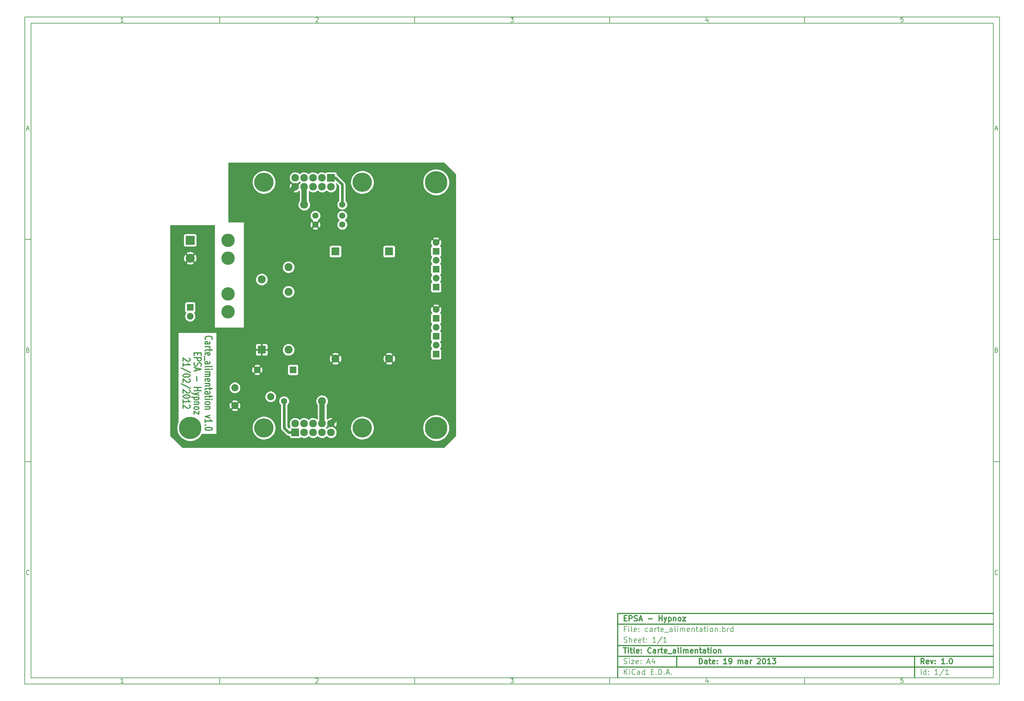
<source format=gtl>
G04 (created by PCBNEW-RS274X (2012-01-19 BZR 3256)-stable) date 19/03/2013 14:49:39*
G01*
G70*
G90*
%MOIN*%
G04 Gerber Fmt 3.4, Leading zero omitted, Abs format*
%FSLAX34Y34*%
G04 APERTURE LIST*
%ADD10C,0.006000*%
%ADD11C,0.012000*%
%ADD12C,0.215000*%
%ADD13R,0.085000X0.085000*%
%ADD14C,0.085000*%
%ADD15C,0.250000*%
%ADD16C,0.080000*%
%ADD17R,0.090000X0.090000*%
%ADD18C,0.090000*%
%ADD19C,0.070000*%
%ADD20R,0.075000X0.075000*%
%ADD21C,0.075000*%
%ADD22C,0.150000*%
%ADD23R,0.100000X0.100000*%
%ADD24C,0.100000*%
%ADD25C,0.060000*%
%ADD26C,0.030000*%
%ADD27C,0.010000*%
G04 APERTURE END LIST*
G54D10*
X04000Y-04000D02*
X113000Y-04000D01*
X113000Y-78670D01*
X04000Y-78670D01*
X04000Y-04000D01*
X04700Y-04700D02*
X112300Y-04700D01*
X112300Y-77970D01*
X04700Y-77970D01*
X04700Y-04700D01*
X25800Y-04000D02*
X25800Y-04700D01*
X15043Y-04552D02*
X14757Y-04552D01*
X14900Y-04552D02*
X14900Y-04052D01*
X14852Y-04124D01*
X14805Y-04171D01*
X14757Y-04195D01*
X25800Y-78670D02*
X25800Y-77970D01*
X15043Y-78522D02*
X14757Y-78522D01*
X14900Y-78522D02*
X14900Y-78022D01*
X14852Y-78094D01*
X14805Y-78141D01*
X14757Y-78165D01*
X47600Y-04000D02*
X47600Y-04700D01*
X36557Y-04100D02*
X36581Y-04076D01*
X36629Y-04052D01*
X36748Y-04052D01*
X36795Y-04076D01*
X36819Y-04100D01*
X36843Y-04148D01*
X36843Y-04195D01*
X36819Y-04267D01*
X36533Y-04552D01*
X36843Y-04552D01*
X47600Y-78670D02*
X47600Y-77970D01*
X36557Y-78070D02*
X36581Y-78046D01*
X36629Y-78022D01*
X36748Y-78022D01*
X36795Y-78046D01*
X36819Y-78070D01*
X36843Y-78118D01*
X36843Y-78165D01*
X36819Y-78237D01*
X36533Y-78522D01*
X36843Y-78522D01*
X69400Y-04000D02*
X69400Y-04700D01*
X58333Y-04052D02*
X58643Y-04052D01*
X58476Y-04243D01*
X58548Y-04243D01*
X58595Y-04267D01*
X58619Y-04290D01*
X58643Y-04338D01*
X58643Y-04457D01*
X58619Y-04505D01*
X58595Y-04529D01*
X58548Y-04552D01*
X58405Y-04552D01*
X58357Y-04529D01*
X58333Y-04505D01*
X69400Y-78670D02*
X69400Y-77970D01*
X58333Y-78022D02*
X58643Y-78022D01*
X58476Y-78213D01*
X58548Y-78213D01*
X58595Y-78237D01*
X58619Y-78260D01*
X58643Y-78308D01*
X58643Y-78427D01*
X58619Y-78475D01*
X58595Y-78499D01*
X58548Y-78522D01*
X58405Y-78522D01*
X58357Y-78499D01*
X58333Y-78475D01*
X91200Y-04000D02*
X91200Y-04700D01*
X80395Y-04219D02*
X80395Y-04552D01*
X80276Y-04029D02*
X80157Y-04386D01*
X80467Y-04386D01*
X91200Y-78670D02*
X91200Y-77970D01*
X80395Y-78189D02*
X80395Y-78522D01*
X80276Y-77999D02*
X80157Y-78356D01*
X80467Y-78356D01*
X102219Y-04052D02*
X101981Y-04052D01*
X101957Y-04290D01*
X101981Y-04267D01*
X102029Y-04243D01*
X102148Y-04243D01*
X102195Y-04267D01*
X102219Y-04290D01*
X102243Y-04338D01*
X102243Y-04457D01*
X102219Y-04505D01*
X102195Y-04529D01*
X102148Y-04552D01*
X102029Y-04552D01*
X101981Y-04529D01*
X101957Y-04505D01*
X102219Y-78022D02*
X101981Y-78022D01*
X101957Y-78260D01*
X101981Y-78237D01*
X102029Y-78213D01*
X102148Y-78213D01*
X102195Y-78237D01*
X102219Y-78260D01*
X102243Y-78308D01*
X102243Y-78427D01*
X102219Y-78475D01*
X102195Y-78499D01*
X102148Y-78522D01*
X102029Y-78522D01*
X101981Y-78499D01*
X101957Y-78475D01*
X04000Y-28890D02*
X04700Y-28890D01*
X04231Y-16510D02*
X04469Y-16510D01*
X04184Y-16652D02*
X04350Y-16152D01*
X04517Y-16652D01*
X113000Y-28890D02*
X112300Y-28890D01*
X112531Y-16510D02*
X112769Y-16510D01*
X112484Y-16652D02*
X112650Y-16152D01*
X112817Y-16652D01*
X04000Y-53780D02*
X04700Y-53780D01*
X04386Y-41280D02*
X04457Y-41304D01*
X04481Y-41328D01*
X04505Y-41376D01*
X04505Y-41447D01*
X04481Y-41495D01*
X04457Y-41519D01*
X04410Y-41542D01*
X04219Y-41542D01*
X04219Y-41042D01*
X04386Y-41042D01*
X04433Y-41066D01*
X04457Y-41090D01*
X04481Y-41138D01*
X04481Y-41185D01*
X04457Y-41233D01*
X04433Y-41257D01*
X04386Y-41280D01*
X04219Y-41280D01*
X113000Y-53780D02*
X112300Y-53780D01*
X112686Y-41280D02*
X112757Y-41304D01*
X112781Y-41328D01*
X112805Y-41376D01*
X112805Y-41447D01*
X112781Y-41495D01*
X112757Y-41519D01*
X112710Y-41542D01*
X112519Y-41542D01*
X112519Y-41042D01*
X112686Y-41042D01*
X112733Y-41066D01*
X112757Y-41090D01*
X112781Y-41138D01*
X112781Y-41185D01*
X112757Y-41233D01*
X112733Y-41257D01*
X112686Y-41280D01*
X112519Y-41280D01*
X04505Y-66385D02*
X04481Y-66409D01*
X04410Y-66432D01*
X04362Y-66432D01*
X04290Y-66409D01*
X04243Y-66361D01*
X04219Y-66313D01*
X04195Y-66218D01*
X04195Y-66147D01*
X04219Y-66051D01*
X04243Y-66004D01*
X04290Y-65956D01*
X04362Y-65932D01*
X04410Y-65932D01*
X04481Y-65956D01*
X04505Y-65980D01*
X112805Y-66385D02*
X112781Y-66409D01*
X112710Y-66432D01*
X112662Y-66432D01*
X112590Y-66409D01*
X112543Y-66361D01*
X112519Y-66313D01*
X112495Y-66218D01*
X112495Y-66147D01*
X112519Y-66051D01*
X112543Y-66004D01*
X112590Y-65956D01*
X112662Y-65932D01*
X112710Y-65932D01*
X112781Y-65956D01*
X112805Y-65980D01*
G54D11*
X79443Y-76413D02*
X79443Y-75813D01*
X79586Y-75813D01*
X79671Y-75841D01*
X79729Y-75899D01*
X79757Y-75956D01*
X79786Y-76070D01*
X79786Y-76156D01*
X79757Y-76270D01*
X79729Y-76327D01*
X79671Y-76384D01*
X79586Y-76413D01*
X79443Y-76413D01*
X80300Y-76413D02*
X80300Y-76099D01*
X80271Y-76041D01*
X80214Y-76013D01*
X80100Y-76013D01*
X80043Y-76041D01*
X80300Y-76384D02*
X80243Y-76413D01*
X80100Y-76413D01*
X80043Y-76384D01*
X80014Y-76327D01*
X80014Y-76270D01*
X80043Y-76213D01*
X80100Y-76184D01*
X80243Y-76184D01*
X80300Y-76156D01*
X80500Y-76013D02*
X80729Y-76013D01*
X80586Y-75813D02*
X80586Y-76327D01*
X80614Y-76384D01*
X80672Y-76413D01*
X80729Y-76413D01*
X81157Y-76384D02*
X81100Y-76413D01*
X80986Y-76413D01*
X80929Y-76384D01*
X80900Y-76327D01*
X80900Y-76099D01*
X80929Y-76041D01*
X80986Y-76013D01*
X81100Y-76013D01*
X81157Y-76041D01*
X81186Y-76099D01*
X81186Y-76156D01*
X80900Y-76213D01*
X81443Y-76356D02*
X81471Y-76384D01*
X81443Y-76413D01*
X81414Y-76384D01*
X81443Y-76356D01*
X81443Y-76413D01*
X81443Y-76041D02*
X81471Y-76070D01*
X81443Y-76099D01*
X81414Y-76070D01*
X81443Y-76041D01*
X81443Y-76099D01*
X82500Y-76413D02*
X82157Y-76413D01*
X82329Y-76413D02*
X82329Y-75813D01*
X82272Y-75899D01*
X82214Y-75956D01*
X82157Y-75984D01*
X82785Y-76413D02*
X82900Y-76413D01*
X82957Y-76384D01*
X82985Y-76356D01*
X83043Y-76270D01*
X83071Y-76156D01*
X83071Y-75927D01*
X83043Y-75870D01*
X83014Y-75841D01*
X82957Y-75813D01*
X82843Y-75813D01*
X82785Y-75841D01*
X82757Y-75870D01*
X82728Y-75927D01*
X82728Y-76070D01*
X82757Y-76127D01*
X82785Y-76156D01*
X82843Y-76184D01*
X82957Y-76184D01*
X83014Y-76156D01*
X83043Y-76127D01*
X83071Y-76070D01*
X83785Y-76413D02*
X83785Y-76013D01*
X83785Y-76070D02*
X83813Y-76041D01*
X83871Y-76013D01*
X83956Y-76013D01*
X84013Y-76041D01*
X84042Y-76099D01*
X84042Y-76413D01*
X84042Y-76099D02*
X84071Y-76041D01*
X84128Y-76013D01*
X84213Y-76013D01*
X84271Y-76041D01*
X84299Y-76099D01*
X84299Y-76413D01*
X84842Y-76413D02*
X84842Y-76099D01*
X84813Y-76041D01*
X84756Y-76013D01*
X84642Y-76013D01*
X84585Y-76041D01*
X84842Y-76384D02*
X84785Y-76413D01*
X84642Y-76413D01*
X84585Y-76384D01*
X84556Y-76327D01*
X84556Y-76270D01*
X84585Y-76213D01*
X84642Y-76184D01*
X84785Y-76184D01*
X84842Y-76156D01*
X85128Y-76413D02*
X85128Y-76013D01*
X85128Y-76127D02*
X85156Y-76070D01*
X85185Y-76041D01*
X85242Y-76013D01*
X85299Y-76013D01*
X85927Y-75870D02*
X85956Y-75841D01*
X86013Y-75813D01*
X86156Y-75813D01*
X86213Y-75841D01*
X86242Y-75870D01*
X86270Y-75927D01*
X86270Y-75984D01*
X86242Y-76070D01*
X85899Y-76413D01*
X86270Y-76413D01*
X86641Y-75813D02*
X86698Y-75813D01*
X86755Y-75841D01*
X86784Y-75870D01*
X86813Y-75927D01*
X86841Y-76041D01*
X86841Y-76184D01*
X86813Y-76299D01*
X86784Y-76356D01*
X86755Y-76384D01*
X86698Y-76413D01*
X86641Y-76413D01*
X86584Y-76384D01*
X86555Y-76356D01*
X86527Y-76299D01*
X86498Y-76184D01*
X86498Y-76041D01*
X86527Y-75927D01*
X86555Y-75870D01*
X86584Y-75841D01*
X86641Y-75813D01*
X87412Y-76413D02*
X87069Y-76413D01*
X87241Y-76413D02*
X87241Y-75813D01*
X87184Y-75899D01*
X87126Y-75956D01*
X87069Y-75984D01*
X87612Y-75813D02*
X87983Y-75813D01*
X87783Y-76041D01*
X87869Y-76041D01*
X87926Y-76070D01*
X87955Y-76099D01*
X87983Y-76156D01*
X87983Y-76299D01*
X87955Y-76356D01*
X87926Y-76384D01*
X87869Y-76413D01*
X87697Y-76413D01*
X87640Y-76384D01*
X87612Y-76356D01*
G54D10*
X71043Y-77613D02*
X71043Y-77013D01*
X71386Y-77613D02*
X71129Y-77270D01*
X71386Y-77013D02*
X71043Y-77356D01*
X71643Y-77613D02*
X71643Y-77213D01*
X71643Y-77013D02*
X71614Y-77041D01*
X71643Y-77070D01*
X71671Y-77041D01*
X71643Y-77013D01*
X71643Y-77070D01*
X72272Y-77556D02*
X72243Y-77584D01*
X72157Y-77613D01*
X72100Y-77613D01*
X72015Y-77584D01*
X71957Y-77527D01*
X71929Y-77470D01*
X71900Y-77356D01*
X71900Y-77270D01*
X71929Y-77156D01*
X71957Y-77099D01*
X72015Y-77041D01*
X72100Y-77013D01*
X72157Y-77013D01*
X72243Y-77041D01*
X72272Y-77070D01*
X72786Y-77613D02*
X72786Y-77299D01*
X72757Y-77241D01*
X72700Y-77213D01*
X72586Y-77213D01*
X72529Y-77241D01*
X72786Y-77584D02*
X72729Y-77613D01*
X72586Y-77613D01*
X72529Y-77584D01*
X72500Y-77527D01*
X72500Y-77470D01*
X72529Y-77413D01*
X72586Y-77384D01*
X72729Y-77384D01*
X72786Y-77356D01*
X73329Y-77613D02*
X73329Y-77013D01*
X73329Y-77584D02*
X73272Y-77613D01*
X73158Y-77613D01*
X73100Y-77584D01*
X73072Y-77556D01*
X73043Y-77499D01*
X73043Y-77327D01*
X73072Y-77270D01*
X73100Y-77241D01*
X73158Y-77213D01*
X73272Y-77213D01*
X73329Y-77241D01*
X74072Y-77299D02*
X74272Y-77299D01*
X74358Y-77613D02*
X74072Y-77613D01*
X74072Y-77013D01*
X74358Y-77013D01*
X74615Y-77556D02*
X74643Y-77584D01*
X74615Y-77613D01*
X74586Y-77584D01*
X74615Y-77556D01*
X74615Y-77613D01*
X74901Y-77613D02*
X74901Y-77013D01*
X75044Y-77013D01*
X75129Y-77041D01*
X75187Y-77099D01*
X75215Y-77156D01*
X75244Y-77270D01*
X75244Y-77356D01*
X75215Y-77470D01*
X75187Y-77527D01*
X75129Y-77584D01*
X75044Y-77613D01*
X74901Y-77613D01*
X75501Y-77556D02*
X75529Y-77584D01*
X75501Y-77613D01*
X75472Y-77584D01*
X75501Y-77556D01*
X75501Y-77613D01*
X75758Y-77441D02*
X76044Y-77441D01*
X75701Y-77613D02*
X75901Y-77013D01*
X76101Y-77613D01*
X76301Y-77556D02*
X76329Y-77584D01*
X76301Y-77613D01*
X76272Y-77584D01*
X76301Y-77556D01*
X76301Y-77613D01*
G54D11*
X104586Y-76413D02*
X104386Y-76127D01*
X104243Y-76413D02*
X104243Y-75813D01*
X104471Y-75813D01*
X104529Y-75841D01*
X104557Y-75870D01*
X104586Y-75927D01*
X104586Y-76013D01*
X104557Y-76070D01*
X104529Y-76099D01*
X104471Y-76127D01*
X104243Y-76127D01*
X105071Y-76384D02*
X105014Y-76413D01*
X104900Y-76413D01*
X104843Y-76384D01*
X104814Y-76327D01*
X104814Y-76099D01*
X104843Y-76041D01*
X104900Y-76013D01*
X105014Y-76013D01*
X105071Y-76041D01*
X105100Y-76099D01*
X105100Y-76156D01*
X104814Y-76213D01*
X105300Y-76013D02*
X105443Y-76413D01*
X105585Y-76013D01*
X105814Y-76356D02*
X105842Y-76384D01*
X105814Y-76413D01*
X105785Y-76384D01*
X105814Y-76356D01*
X105814Y-76413D01*
X105814Y-76041D02*
X105842Y-76070D01*
X105814Y-76099D01*
X105785Y-76070D01*
X105814Y-76041D01*
X105814Y-76099D01*
X106871Y-76413D02*
X106528Y-76413D01*
X106700Y-76413D02*
X106700Y-75813D01*
X106643Y-75899D01*
X106585Y-75956D01*
X106528Y-75984D01*
X107128Y-76356D02*
X107156Y-76384D01*
X107128Y-76413D01*
X107099Y-76384D01*
X107128Y-76356D01*
X107128Y-76413D01*
X107528Y-75813D02*
X107585Y-75813D01*
X107642Y-75841D01*
X107671Y-75870D01*
X107700Y-75927D01*
X107728Y-76041D01*
X107728Y-76184D01*
X107700Y-76299D01*
X107671Y-76356D01*
X107642Y-76384D01*
X107585Y-76413D01*
X107528Y-76413D01*
X107471Y-76384D01*
X107442Y-76356D01*
X107414Y-76299D01*
X107385Y-76184D01*
X107385Y-76041D01*
X107414Y-75927D01*
X107442Y-75870D01*
X107471Y-75841D01*
X107528Y-75813D01*
G54D10*
X71014Y-76384D02*
X71100Y-76413D01*
X71243Y-76413D01*
X71300Y-76384D01*
X71329Y-76356D01*
X71357Y-76299D01*
X71357Y-76241D01*
X71329Y-76184D01*
X71300Y-76156D01*
X71243Y-76127D01*
X71129Y-76099D01*
X71071Y-76070D01*
X71043Y-76041D01*
X71014Y-75984D01*
X71014Y-75927D01*
X71043Y-75870D01*
X71071Y-75841D01*
X71129Y-75813D01*
X71271Y-75813D01*
X71357Y-75841D01*
X71614Y-76413D02*
X71614Y-76013D01*
X71614Y-75813D02*
X71585Y-75841D01*
X71614Y-75870D01*
X71642Y-75841D01*
X71614Y-75813D01*
X71614Y-75870D01*
X71843Y-76013D02*
X72157Y-76013D01*
X71843Y-76413D01*
X72157Y-76413D01*
X72614Y-76384D02*
X72557Y-76413D01*
X72443Y-76413D01*
X72386Y-76384D01*
X72357Y-76327D01*
X72357Y-76099D01*
X72386Y-76041D01*
X72443Y-76013D01*
X72557Y-76013D01*
X72614Y-76041D01*
X72643Y-76099D01*
X72643Y-76156D01*
X72357Y-76213D01*
X72900Y-76356D02*
X72928Y-76384D01*
X72900Y-76413D01*
X72871Y-76384D01*
X72900Y-76356D01*
X72900Y-76413D01*
X72900Y-76041D02*
X72928Y-76070D01*
X72900Y-76099D01*
X72871Y-76070D01*
X72900Y-76041D01*
X72900Y-76099D01*
X73614Y-76241D02*
X73900Y-76241D01*
X73557Y-76413D02*
X73757Y-75813D01*
X73957Y-76413D01*
X74414Y-76013D02*
X74414Y-76413D01*
X74271Y-75784D02*
X74128Y-76213D01*
X74500Y-76213D01*
X104243Y-77613D02*
X104243Y-77013D01*
X104786Y-77613D02*
X104786Y-77013D01*
X104786Y-77584D02*
X104729Y-77613D01*
X104615Y-77613D01*
X104557Y-77584D01*
X104529Y-77556D01*
X104500Y-77499D01*
X104500Y-77327D01*
X104529Y-77270D01*
X104557Y-77241D01*
X104615Y-77213D01*
X104729Y-77213D01*
X104786Y-77241D01*
X105072Y-77556D02*
X105100Y-77584D01*
X105072Y-77613D01*
X105043Y-77584D01*
X105072Y-77556D01*
X105072Y-77613D01*
X105072Y-77241D02*
X105100Y-77270D01*
X105072Y-77299D01*
X105043Y-77270D01*
X105072Y-77241D01*
X105072Y-77299D01*
X106129Y-77613D02*
X105786Y-77613D01*
X105958Y-77613D02*
X105958Y-77013D01*
X105901Y-77099D01*
X105843Y-77156D01*
X105786Y-77184D01*
X106814Y-76984D02*
X106300Y-77756D01*
X107329Y-77613D02*
X106986Y-77613D01*
X107158Y-77613D02*
X107158Y-77013D01*
X107101Y-77099D01*
X107043Y-77156D01*
X106986Y-77184D01*
G54D11*
X70957Y-74613D02*
X71300Y-74613D01*
X71129Y-75213D02*
X71129Y-74613D01*
X71500Y-75213D02*
X71500Y-74813D01*
X71500Y-74613D02*
X71471Y-74641D01*
X71500Y-74670D01*
X71528Y-74641D01*
X71500Y-74613D01*
X71500Y-74670D01*
X71700Y-74813D02*
X71929Y-74813D01*
X71786Y-74613D02*
X71786Y-75127D01*
X71814Y-75184D01*
X71872Y-75213D01*
X71929Y-75213D01*
X72215Y-75213D02*
X72157Y-75184D01*
X72129Y-75127D01*
X72129Y-74613D01*
X72671Y-75184D02*
X72614Y-75213D01*
X72500Y-75213D01*
X72443Y-75184D01*
X72414Y-75127D01*
X72414Y-74899D01*
X72443Y-74841D01*
X72500Y-74813D01*
X72614Y-74813D01*
X72671Y-74841D01*
X72700Y-74899D01*
X72700Y-74956D01*
X72414Y-75013D01*
X72957Y-75156D02*
X72985Y-75184D01*
X72957Y-75213D01*
X72928Y-75184D01*
X72957Y-75156D01*
X72957Y-75213D01*
X72957Y-74841D02*
X72985Y-74870D01*
X72957Y-74899D01*
X72928Y-74870D01*
X72957Y-74841D01*
X72957Y-74899D01*
X74043Y-75156D02*
X74014Y-75184D01*
X73928Y-75213D01*
X73871Y-75213D01*
X73786Y-75184D01*
X73728Y-75127D01*
X73700Y-75070D01*
X73671Y-74956D01*
X73671Y-74870D01*
X73700Y-74756D01*
X73728Y-74699D01*
X73786Y-74641D01*
X73871Y-74613D01*
X73928Y-74613D01*
X74014Y-74641D01*
X74043Y-74670D01*
X74557Y-75213D02*
X74557Y-74899D01*
X74528Y-74841D01*
X74471Y-74813D01*
X74357Y-74813D01*
X74300Y-74841D01*
X74557Y-75184D02*
X74500Y-75213D01*
X74357Y-75213D01*
X74300Y-75184D01*
X74271Y-75127D01*
X74271Y-75070D01*
X74300Y-75013D01*
X74357Y-74984D01*
X74500Y-74984D01*
X74557Y-74956D01*
X74843Y-75213D02*
X74843Y-74813D01*
X74843Y-74927D02*
X74871Y-74870D01*
X74900Y-74841D01*
X74957Y-74813D01*
X75014Y-74813D01*
X75128Y-74813D02*
X75357Y-74813D01*
X75214Y-74613D02*
X75214Y-75127D01*
X75242Y-75184D01*
X75300Y-75213D01*
X75357Y-75213D01*
X75785Y-75184D02*
X75728Y-75213D01*
X75614Y-75213D01*
X75557Y-75184D01*
X75528Y-75127D01*
X75528Y-74899D01*
X75557Y-74841D01*
X75614Y-74813D01*
X75728Y-74813D01*
X75785Y-74841D01*
X75814Y-74899D01*
X75814Y-74956D01*
X75528Y-75013D01*
X75928Y-75270D02*
X76385Y-75270D01*
X76785Y-75213D02*
X76785Y-74899D01*
X76756Y-74841D01*
X76699Y-74813D01*
X76585Y-74813D01*
X76528Y-74841D01*
X76785Y-75184D02*
X76728Y-75213D01*
X76585Y-75213D01*
X76528Y-75184D01*
X76499Y-75127D01*
X76499Y-75070D01*
X76528Y-75013D01*
X76585Y-74984D01*
X76728Y-74984D01*
X76785Y-74956D01*
X77157Y-75213D02*
X77099Y-75184D01*
X77071Y-75127D01*
X77071Y-74613D01*
X77385Y-75213D02*
X77385Y-74813D01*
X77385Y-74613D02*
X77356Y-74641D01*
X77385Y-74670D01*
X77413Y-74641D01*
X77385Y-74613D01*
X77385Y-74670D01*
X77671Y-75213D02*
X77671Y-74813D01*
X77671Y-74870D02*
X77699Y-74841D01*
X77757Y-74813D01*
X77842Y-74813D01*
X77899Y-74841D01*
X77928Y-74899D01*
X77928Y-75213D01*
X77928Y-74899D02*
X77957Y-74841D01*
X78014Y-74813D01*
X78099Y-74813D01*
X78157Y-74841D01*
X78185Y-74899D01*
X78185Y-75213D01*
X78699Y-75184D02*
X78642Y-75213D01*
X78528Y-75213D01*
X78471Y-75184D01*
X78442Y-75127D01*
X78442Y-74899D01*
X78471Y-74841D01*
X78528Y-74813D01*
X78642Y-74813D01*
X78699Y-74841D01*
X78728Y-74899D01*
X78728Y-74956D01*
X78442Y-75013D01*
X78985Y-74813D02*
X78985Y-75213D01*
X78985Y-74870D02*
X79013Y-74841D01*
X79071Y-74813D01*
X79156Y-74813D01*
X79213Y-74841D01*
X79242Y-74899D01*
X79242Y-75213D01*
X79442Y-74813D02*
X79671Y-74813D01*
X79528Y-74613D02*
X79528Y-75127D01*
X79556Y-75184D01*
X79614Y-75213D01*
X79671Y-75213D01*
X80128Y-75213D02*
X80128Y-74899D01*
X80099Y-74841D01*
X80042Y-74813D01*
X79928Y-74813D01*
X79871Y-74841D01*
X80128Y-75184D02*
X80071Y-75213D01*
X79928Y-75213D01*
X79871Y-75184D01*
X79842Y-75127D01*
X79842Y-75070D01*
X79871Y-75013D01*
X79928Y-74984D01*
X80071Y-74984D01*
X80128Y-74956D01*
X80328Y-74813D02*
X80557Y-74813D01*
X80414Y-74613D02*
X80414Y-75127D01*
X80442Y-75184D01*
X80500Y-75213D01*
X80557Y-75213D01*
X80757Y-75213D02*
X80757Y-74813D01*
X80757Y-74613D02*
X80728Y-74641D01*
X80757Y-74670D01*
X80785Y-74641D01*
X80757Y-74613D01*
X80757Y-74670D01*
X81129Y-75213D02*
X81071Y-75184D01*
X81043Y-75156D01*
X81014Y-75099D01*
X81014Y-74927D01*
X81043Y-74870D01*
X81071Y-74841D01*
X81129Y-74813D01*
X81214Y-74813D01*
X81271Y-74841D01*
X81300Y-74870D01*
X81329Y-74927D01*
X81329Y-75099D01*
X81300Y-75156D01*
X81271Y-75184D01*
X81214Y-75213D01*
X81129Y-75213D01*
X81586Y-74813D02*
X81586Y-75213D01*
X81586Y-74870D02*
X81614Y-74841D01*
X81672Y-74813D01*
X81757Y-74813D01*
X81814Y-74841D01*
X81843Y-74899D01*
X81843Y-75213D01*
G54D10*
X71243Y-72499D02*
X71043Y-72499D01*
X71043Y-72813D02*
X71043Y-72213D01*
X71329Y-72213D01*
X71557Y-72813D02*
X71557Y-72413D01*
X71557Y-72213D02*
X71528Y-72241D01*
X71557Y-72270D01*
X71585Y-72241D01*
X71557Y-72213D01*
X71557Y-72270D01*
X71929Y-72813D02*
X71871Y-72784D01*
X71843Y-72727D01*
X71843Y-72213D01*
X72385Y-72784D02*
X72328Y-72813D01*
X72214Y-72813D01*
X72157Y-72784D01*
X72128Y-72727D01*
X72128Y-72499D01*
X72157Y-72441D01*
X72214Y-72413D01*
X72328Y-72413D01*
X72385Y-72441D01*
X72414Y-72499D01*
X72414Y-72556D01*
X72128Y-72613D01*
X72671Y-72756D02*
X72699Y-72784D01*
X72671Y-72813D01*
X72642Y-72784D01*
X72671Y-72756D01*
X72671Y-72813D01*
X72671Y-72441D02*
X72699Y-72470D01*
X72671Y-72499D01*
X72642Y-72470D01*
X72671Y-72441D01*
X72671Y-72499D01*
X73671Y-72784D02*
X73614Y-72813D01*
X73500Y-72813D01*
X73442Y-72784D01*
X73414Y-72756D01*
X73385Y-72699D01*
X73385Y-72527D01*
X73414Y-72470D01*
X73442Y-72441D01*
X73500Y-72413D01*
X73614Y-72413D01*
X73671Y-72441D01*
X74185Y-72813D02*
X74185Y-72499D01*
X74156Y-72441D01*
X74099Y-72413D01*
X73985Y-72413D01*
X73928Y-72441D01*
X74185Y-72784D02*
X74128Y-72813D01*
X73985Y-72813D01*
X73928Y-72784D01*
X73899Y-72727D01*
X73899Y-72670D01*
X73928Y-72613D01*
X73985Y-72584D01*
X74128Y-72584D01*
X74185Y-72556D01*
X74471Y-72813D02*
X74471Y-72413D01*
X74471Y-72527D02*
X74499Y-72470D01*
X74528Y-72441D01*
X74585Y-72413D01*
X74642Y-72413D01*
X74756Y-72413D02*
X74985Y-72413D01*
X74842Y-72213D02*
X74842Y-72727D01*
X74870Y-72784D01*
X74928Y-72813D01*
X74985Y-72813D01*
X75413Y-72784D02*
X75356Y-72813D01*
X75242Y-72813D01*
X75185Y-72784D01*
X75156Y-72727D01*
X75156Y-72499D01*
X75185Y-72441D01*
X75242Y-72413D01*
X75356Y-72413D01*
X75413Y-72441D01*
X75442Y-72499D01*
X75442Y-72556D01*
X75156Y-72613D01*
X75556Y-72870D02*
X76013Y-72870D01*
X76413Y-72813D02*
X76413Y-72499D01*
X76384Y-72441D01*
X76327Y-72413D01*
X76213Y-72413D01*
X76156Y-72441D01*
X76413Y-72784D02*
X76356Y-72813D01*
X76213Y-72813D01*
X76156Y-72784D01*
X76127Y-72727D01*
X76127Y-72670D01*
X76156Y-72613D01*
X76213Y-72584D01*
X76356Y-72584D01*
X76413Y-72556D01*
X76785Y-72813D02*
X76727Y-72784D01*
X76699Y-72727D01*
X76699Y-72213D01*
X77013Y-72813D02*
X77013Y-72413D01*
X77013Y-72213D02*
X76984Y-72241D01*
X77013Y-72270D01*
X77041Y-72241D01*
X77013Y-72213D01*
X77013Y-72270D01*
X77299Y-72813D02*
X77299Y-72413D01*
X77299Y-72470D02*
X77327Y-72441D01*
X77385Y-72413D01*
X77470Y-72413D01*
X77527Y-72441D01*
X77556Y-72499D01*
X77556Y-72813D01*
X77556Y-72499D02*
X77585Y-72441D01*
X77642Y-72413D01*
X77727Y-72413D01*
X77785Y-72441D01*
X77813Y-72499D01*
X77813Y-72813D01*
X78327Y-72784D02*
X78270Y-72813D01*
X78156Y-72813D01*
X78099Y-72784D01*
X78070Y-72727D01*
X78070Y-72499D01*
X78099Y-72441D01*
X78156Y-72413D01*
X78270Y-72413D01*
X78327Y-72441D01*
X78356Y-72499D01*
X78356Y-72556D01*
X78070Y-72613D01*
X78613Y-72413D02*
X78613Y-72813D01*
X78613Y-72470D02*
X78641Y-72441D01*
X78699Y-72413D01*
X78784Y-72413D01*
X78841Y-72441D01*
X78870Y-72499D01*
X78870Y-72813D01*
X79070Y-72413D02*
X79299Y-72413D01*
X79156Y-72213D02*
X79156Y-72727D01*
X79184Y-72784D01*
X79242Y-72813D01*
X79299Y-72813D01*
X79756Y-72813D02*
X79756Y-72499D01*
X79727Y-72441D01*
X79670Y-72413D01*
X79556Y-72413D01*
X79499Y-72441D01*
X79756Y-72784D02*
X79699Y-72813D01*
X79556Y-72813D01*
X79499Y-72784D01*
X79470Y-72727D01*
X79470Y-72670D01*
X79499Y-72613D01*
X79556Y-72584D01*
X79699Y-72584D01*
X79756Y-72556D01*
X79956Y-72413D02*
X80185Y-72413D01*
X80042Y-72213D02*
X80042Y-72727D01*
X80070Y-72784D01*
X80128Y-72813D01*
X80185Y-72813D01*
X80385Y-72813D02*
X80385Y-72413D01*
X80385Y-72213D02*
X80356Y-72241D01*
X80385Y-72270D01*
X80413Y-72241D01*
X80385Y-72213D01*
X80385Y-72270D01*
X80757Y-72813D02*
X80699Y-72784D01*
X80671Y-72756D01*
X80642Y-72699D01*
X80642Y-72527D01*
X80671Y-72470D01*
X80699Y-72441D01*
X80757Y-72413D01*
X80842Y-72413D01*
X80899Y-72441D01*
X80928Y-72470D01*
X80957Y-72527D01*
X80957Y-72699D01*
X80928Y-72756D01*
X80899Y-72784D01*
X80842Y-72813D01*
X80757Y-72813D01*
X81214Y-72413D02*
X81214Y-72813D01*
X81214Y-72470D02*
X81242Y-72441D01*
X81300Y-72413D01*
X81385Y-72413D01*
X81442Y-72441D01*
X81471Y-72499D01*
X81471Y-72813D01*
X81757Y-72756D02*
X81785Y-72784D01*
X81757Y-72813D01*
X81728Y-72784D01*
X81757Y-72756D01*
X81757Y-72813D01*
X82043Y-72813D02*
X82043Y-72213D01*
X82043Y-72441D02*
X82100Y-72413D01*
X82214Y-72413D01*
X82271Y-72441D01*
X82300Y-72470D01*
X82329Y-72527D01*
X82329Y-72699D01*
X82300Y-72756D01*
X82271Y-72784D01*
X82214Y-72813D01*
X82100Y-72813D01*
X82043Y-72784D01*
X82586Y-72813D02*
X82586Y-72413D01*
X82586Y-72527D02*
X82614Y-72470D01*
X82643Y-72441D01*
X82700Y-72413D01*
X82757Y-72413D01*
X83214Y-72813D02*
X83214Y-72213D01*
X83214Y-72784D02*
X83157Y-72813D01*
X83043Y-72813D01*
X82985Y-72784D01*
X82957Y-72756D01*
X82928Y-72699D01*
X82928Y-72527D01*
X82957Y-72470D01*
X82985Y-72441D01*
X83043Y-72413D01*
X83157Y-72413D01*
X83214Y-72441D01*
X71014Y-73984D02*
X71100Y-74013D01*
X71243Y-74013D01*
X71300Y-73984D01*
X71329Y-73956D01*
X71357Y-73899D01*
X71357Y-73841D01*
X71329Y-73784D01*
X71300Y-73756D01*
X71243Y-73727D01*
X71129Y-73699D01*
X71071Y-73670D01*
X71043Y-73641D01*
X71014Y-73584D01*
X71014Y-73527D01*
X71043Y-73470D01*
X71071Y-73441D01*
X71129Y-73413D01*
X71271Y-73413D01*
X71357Y-73441D01*
X71614Y-74013D02*
X71614Y-73413D01*
X71871Y-74013D02*
X71871Y-73699D01*
X71842Y-73641D01*
X71785Y-73613D01*
X71700Y-73613D01*
X71642Y-73641D01*
X71614Y-73670D01*
X72385Y-73984D02*
X72328Y-74013D01*
X72214Y-74013D01*
X72157Y-73984D01*
X72128Y-73927D01*
X72128Y-73699D01*
X72157Y-73641D01*
X72214Y-73613D01*
X72328Y-73613D01*
X72385Y-73641D01*
X72414Y-73699D01*
X72414Y-73756D01*
X72128Y-73813D01*
X72899Y-73984D02*
X72842Y-74013D01*
X72728Y-74013D01*
X72671Y-73984D01*
X72642Y-73927D01*
X72642Y-73699D01*
X72671Y-73641D01*
X72728Y-73613D01*
X72842Y-73613D01*
X72899Y-73641D01*
X72928Y-73699D01*
X72928Y-73756D01*
X72642Y-73813D01*
X73099Y-73613D02*
X73328Y-73613D01*
X73185Y-73413D02*
X73185Y-73927D01*
X73213Y-73984D01*
X73271Y-74013D01*
X73328Y-74013D01*
X73528Y-73956D02*
X73556Y-73984D01*
X73528Y-74013D01*
X73499Y-73984D01*
X73528Y-73956D01*
X73528Y-74013D01*
X73528Y-73641D02*
X73556Y-73670D01*
X73528Y-73699D01*
X73499Y-73670D01*
X73528Y-73641D01*
X73528Y-73699D01*
X74585Y-74013D02*
X74242Y-74013D01*
X74414Y-74013D02*
X74414Y-73413D01*
X74357Y-73499D01*
X74299Y-73556D01*
X74242Y-73584D01*
X75270Y-73384D02*
X74756Y-74156D01*
X75785Y-74013D02*
X75442Y-74013D01*
X75614Y-74013D02*
X75614Y-73413D01*
X75557Y-73499D01*
X75499Y-73556D01*
X75442Y-73584D01*
G54D11*
X71043Y-71299D02*
X71243Y-71299D01*
X71329Y-71613D02*
X71043Y-71613D01*
X71043Y-71013D01*
X71329Y-71013D01*
X71586Y-71613D02*
X71586Y-71013D01*
X71814Y-71013D01*
X71872Y-71041D01*
X71900Y-71070D01*
X71929Y-71127D01*
X71929Y-71213D01*
X71900Y-71270D01*
X71872Y-71299D01*
X71814Y-71327D01*
X71586Y-71327D01*
X72157Y-71584D02*
X72243Y-71613D01*
X72386Y-71613D01*
X72443Y-71584D01*
X72472Y-71556D01*
X72500Y-71499D01*
X72500Y-71441D01*
X72472Y-71384D01*
X72443Y-71356D01*
X72386Y-71327D01*
X72272Y-71299D01*
X72214Y-71270D01*
X72186Y-71241D01*
X72157Y-71184D01*
X72157Y-71127D01*
X72186Y-71070D01*
X72214Y-71041D01*
X72272Y-71013D01*
X72414Y-71013D01*
X72500Y-71041D01*
X72728Y-71441D02*
X73014Y-71441D01*
X72671Y-71613D02*
X72871Y-71013D01*
X73071Y-71613D01*
X73728Y-71384D02*
X74185Y-71384D01*
X74928Y-71613D02*
X74928Y-71013D01*
X74928Y-71299D02*
X75271Y-71299D01*
X75271Y-71613D02*
X75271Y-71013D01*
X75500Y-71213D02*
X75643Y-71613D01*
X75785Y-71213D02*
X75643Y-71613D01*
X75585Y-71756D01*
X75557Y-71784D01*
X75500Y-71813D01*
X76014Y-71213D02*
X76014Y-71813D01*
X76014Y-71241D02*
X76071Y-71213D01*
X76185Y-71213D01*
X76242Y-71241D01*
X76271Y-71270D01*
X76300Y-71327D01*
X76300Y-71499D01*
X76271Y-71556D01*
X76242Y-71584D01*
X76185Y-71613D01*
X76071Y-71613D01*
X76014Y-71584D01*
X76557Y-71213D02*
X76557Y-71613D01*
X76557Y-71270D02*
X76585Y-71241D01*
X76643Y-71213D01*
X76728Y-71213D01*
X76785Y-71241D01*
X76814Y-71299D01*
X76814Y-71613D01*
X77186Y-71613D02*
X77128Y-71584D01*
X77100Y-71556D01*
X77071Y-71499D01*
X77071Y-71327D01*
X77100Y-71270D01*
X77128Y-71241D01*
X77186Y-71213D01*
X77271Y-71213D01*
X77328Y-71241D01*
X77357Y-71270D01*
X77386Y-71327D01*
X77386Y-71499D01*
X77357Y-71556D01*
X77328Y-71584D01*
X77271Y-71613D01*
X77186Y-71613D01*
X77586Y-71213D02*
X77900Y-71213D01*
X77586Y-71613D01*
X77900Y-71613D01*
X70300Y-70770D02*
X70300Y-77970D01*
X70300Y-71970D02*
X112300Y-71970D01*
X70300Y-70770D02*
X112300Y-70770D01*
X70300Y-74370D02*
X112300Y-74370D01*
X103500Y-75570D02*
X103500Y-77970D01*
X70300Y-76770D02*
X112300Y-76770D01*
X70300Y-75570D02*
X112300Y-75570D01*
X76900Y-75570D02*
X76900Y-76770D01*
X24252Y-40101D02*
X24214Y-40072D01*
X24176Y-39986D01*
X24176Y-39929D01*
X24214Y-39844D01*
X24290Y-39786D01*
X24367Y-39758D01*
X24519Y-39729D01*
X24633Y-39729D01*
X24786Y-39758D01*
X24862Y-39786D01*
X24938Y-39844D01*
X24976Y-39929D01*
X24976Y-39986D01*
X24938Y-40072D01*
X24900Y-40101D01*
X24176Y-40615D02*
X24595Y-40615D01*
X24671Y-40586D01*
X24710Y-40529D01*
X24710Y-40415D01*
X24671Y-40358D01*
X24214Y-40615D02*
X24176Y-40558D01*
X24176Y-40415D01*
X24214Y-40358D01*
X24290Y-40329D01*
X24367Y-40329D01*
X24443Y-40358D01*
X24481Y-40415D01*
X24481Y-40558D01*
X24519Y-40615D01*
X24176Y-40901D02*
X24710Y-40901D01*
X24557Y-40901D02*
X24633Y-40929D01*
X24671Y-40958D01*
X24710Y-41015D01*
X24710Y-41072D01*
X24710Y-41186D02*
X24710Y-41415D01*
X24976Y-41272D02*
X24290Y-41272D01*
X24214Y-41300D01*
X24176Y-41358D01*
X24176Y-41415D01*
X24214Y-41843D02*
X24176Y-41786D01*
X24176Y-41672D01*
X24214Y-41615D01*
X24290Y-41586D01*
X24595Y-41586D01*
X24671Y-41615D01*
X24710Y-41672D01*
X24710Y-41786D01*
X24671Y-41843D01*
X24595Y-41872D01*
X24519Y-41872D01*
X24443Y-41586D01*
X24100Y-41986D02*
X24100Y-42443D01*
X24176Y-42843D02*
X24595Y-42843D01*
X24671Y-42814D01*
X24710Y-42757D01*
X24710Y-42643D01*
X24671Y-42586D01*
X24214Y-42843D02*
X24176Y-42786D01*
X24176Y-42643D01*
X24214Y-42586D01*
X24290Y-42557D01*
X24367Y-42557D01*
X24443Y-42586D01*
X24481Y-42643D01*
X24481Y-42786D01*
X24519Y-42843D01*
X24176Y-43215D02*
X24214Y-43157D01*
X24290Y-43129D01*
X24976Y-43129D01*
X24176Y-43443D02*
X24710Y-43443D01*
X24976Y-43443D02*
X24938Y-43414D01*
X24900Y-43443D01*
X24938Y-43471D01*
X24976Y-43443D01*
X24900Y-43443D01*
X24176Y-43729D02*
X24710Y-43729D01*
X24633Y-43729D02*
X24671Y-43757D01*
X24710Y-43815D01*
X24710Y-43900D01*
X24671Y-43957D01*
X24595Y-43986D01*
X24176Y-43986D01*
X24595Y-43986D02*
X24671Y-44015D01*
X24710Y-44072D01*
X24710Y-44157D01*
X24671Y-44215D01*
X24595Y-44243D01*
X24176Y-44243D01*
X24214Y-44757D02*
X24176Y-44700D01*
X24176Y-44586D01*
X24214Y-44529D01*
X24290Y-44500D01*
X24595Y-44500D01*
X24671Y-44529D01*
X24710Y-44586D01*
X24710Y-44700D01*
X24671Y-44757D01*
X24595Y-44786D01*
X24519Y-44786D01*
X24443Y-44500D01*
X24710Y-45043D02*
X24176Y-45043D01*
X24633Y-45043D02*
X24671Y-45071D01*
X24710Y-45129D01*
X24710Y-45214D01*
X24671Y-45271D01*
X24595Y-45300D01*
X24176Y-45300D01*
X24710Y-45500D02*
X24710Y-45729D01*
X24976Y-45586D02*
X24290Y-45586D01*
X24214Y-45614D01*
X24176Y-45672D01*
X24176Y-45729D01*
X24176Y-46186D02*
X24595Y-46186D01*
X24671Y-46157D01*
X24710Y-46100D01*
X24710Y-45986D01*
X24671Y-45929D01*
X24214Y-46186D02*
X24176Y-46129D01*
X24176Y-45986D01*
X24214Y-45929D01*
X24290Y-45900D01*
X24367Y-45900D01*
X24443Y-45929D01*
X24481Y-45986D01*
X24481Y-46129D01*
X24519Y-46186D01*
X24710Y-46386D02*
X24710Y-46615D01*
X24976Y-46472D02*
X24290Y-46472D01*
X24214Y-46500D01*
X24176Y-46558D01*
X24176Y-46615D01*
X24176Y-46815D02*
X24710Y-46815D01*
X24976Y-46815D02*
X24938Y-46786D01*
X24900Y-46815D01*
X24938Y-46843D01*
X24976Y-46815D01*
X24900Y-46815D01*
X24176Y-47187D02*
X24214Y-47129D01*
X24252Y-47101D01*
X24329Y-47072D01*
X24557Y-47072D01*
X24633Y-47101D01*
X24671Y-47129D01*
X24710Y-47187D01*
X24710Y-47272D01*
X24671Y-47329D01*
X24633Y-47358D01*
X24557Y-47387D01*
X24329Y-47387D01*
X24252Y-47358D01*
X24214Y-47329D01*
X24176Y-47272D01*
X24176Y-47187D01*
X24710Y-47644D02*
X24176Y-47644D01*
X24633Y-47644D02*
X24671Y-47672D01*
X24710Y-47730D01*
X24710Y-47815D01*
X24671Y-47872D01*
X24595Y-47901D01*
X24176Y-47901D01*
X24710Y-48587D02*
X24176Y-48730D01*
X24710Y-48872D01*
X24176Y-49415D02*
X24176Y-49072D01*
X24176Y-49244D02*
X24976Y-49244D01*
X24862Y-49187D01*
X24786Y-49129D01*
X24748Y-49072D01*
X24252Y-49672D02*
X24214Y-49700D01*
X24176Y-49672D01*
X24214Y-49643D01*
X24252Y-49672D01*
X24176Y-49672D01*
X24976Y-50072D02*
X24976Y-50129D01*
X24938Y-50186D01*
X24900Y-50215D01*
X24824Y-50244D01*
X24671Y-50272D01*
X24481Y-50272D01*
X24329Y-50244D01*
X24252Y-50215D01*
X24214Y-50186D01*
X24176Y-50129D01*
X24176Y-50072D01*
X24214Y-50015D01*
X24252Y-49986D01*
X24329Y-49958D01*
X24481Y-49929D01*
X24671Y-49929D01*
X24824Y-49958D01*
X24900Y-49986D01*
X24938Y-50015D01*
X24976Y-50072D01*
X23355Y-41600D02*
X23355Y-41800D01*
X22936Y-41886D02*
X22936Y-41600D01*
X23736Y-41600D01*
X23736Y-41886D01*
X22936Y-42143D02*
X23736Y-42143D01*
X23736Y-42371D01*
X23698Y-42429D01*
X23660Y-42457D01*
X23584Y-42486D01*
X23470Y-42486D01*
X23393Y-42457D01*
X23355Y-42429D01*
X23317Y-42371D01*
X23317Y-42143D01*
X22974Y-42714D02*
X22936Y-42800D01*
X22936Y-42943D01*
X22974Y-43000D01*
X23012Y-43029D01*
X23089Y-43057D01*
X23165Y-43057D01*
X23241Y-43029D01*
X23279Y-43000D01*
X23317Y-42943D01*
X23355Y-42829D01*
X23393Y-42771D01*
X23431Y-42743D01*
X23508Y-42714D01*
X23584Y-42714D01*
X23660Y-42743D01*
X23698Y-42771D01*
X23736Y-42829D01*
X23736Y-42971D01*
X23698Y-43057D01*
X23165Y-43285D02*
X23165Y-43571D01*
X22936Y-43228D02*
X23736Y-43428D01*
X22936Y-43628D01*
X23241Y-44285D02*
X23241Y-44742D01*
X22936Y-45485D02*
X23736Y-45485D01*
X23355Y-45485D02*
X23355Y-45828D01*
X22936Y-45828D02*
X23736Y-45828D01*
X23470Y-46057D02*
X22936Y-46200D01*
X23470Y-46342D02*
X22936Y-46200D01*
X22746Y-46142D01*
X22708Y-46114D01*
X22670Y-46057D01*
X23470Y-46571D02*
X22670Y-46571D01*
X23431Y-46571D02*
X23470Y-46628D01*
X23470Y-46742D01*
X23431Y-46799D01*
X23393Y-46828D01*
X23317Y-46857D01*
X23089Y-46857D01*
X23012Y-46828D01*
X22974Y-46799D01*
X22936Y-46742D01*
X22936Y-46628D01*
X22974Y-46571D01*
X23470Y-47114D02*
X22936Y-47114D01*
X23393Y-47114D02*
X23431Y-47142D01*
X23470Y-47200D01*
X23470Y-47285D01*
X23431Y-47342D01*
X23355Y-47371D01*
X22936Y-47371D01*
X22936Y-47743D02*
X22974Y-47685D01*
X23012Y-47657D01*
X23089Y-47628D01*
X23317Y-47628D01*
X23393Y-47657D01*
X23431Y-47685D01*
X23470Y-47743D01*
X23470Y-47828D01*
X23431Y-47885D01*
X23393Y-47914D01*
X23317Y-47943D01*
X23089Y-47943D01*
X23012Y-47914D01*
X22974Y-47885D01*
X22936Y-47828D01*
X22936Y-47743D01*
X23470Y-48143D02*
X23470Y-48457D01*
X22936Y-48143D01*
X22936Y-48457D01*
X22420Y-42201D02*
X22458Y-42230D01*
X22496Y-42287D01*
X22496Y-42430D01*
X22458Y-42487D01*
X22420Y-42516D01*
X22344Y-42544D01*
X22268Y-42544D01*
X22153Y-42516D01*
X21696Y-42173D01*
X21696Y-42544D01*
X21696Y-43115D02*
X21696Y-42772D01*
X21696Y-42944D02*
X22496Y-42944D01*
X22382Y-42887D01*
X22306Y-42829D01*
X22268Y-42772D01*
X22534Y-43800D02*
X21506Y-43286D01*
X22496Y-44115D02*
X22496Y-44172D01*
X22458Y-44229D01*
X22420Y-44258D01*
X22344Y-44287D01*
X22191Y-44315D01*
X22001Y-44315D01*
X21849Y-44287D01*
X21772Y-44258D01*
X21734Y-44229D01*
X21696Y-44172D01*
X21696Y-44115D01*
X21734Y-44058D01*
X21772Y-44029D01*
X21849Y-44001D01*
X22001Y-43972D01*
X22191Y-43972D01*
X22344Y-44001D01*
X22420Y-44029D01*
X22458Y-44058D01*
X22496Y-44115D01*
X22420Y-44543D02*
X22458Y-44572D01*
X22496Y-44629D01*
X22496Y-44772D01*
X22458Y-44829D01*
X22420Y-44858D01*
X22344Y-44886D01*
X22268Y-44886D01*
X22153Y-44858D01*
X21696Y-44515D01*
X21696Y-44886D01*
X22534Y-45571D02*
X21506Y-45057D01*
X22420Y-45743D02*
X22458Y-45772D01*
X22496Y-45829D01*
X22496Y-45972D01*
X22458Y-46029D01*
X22420Y-46058D01*
X22344Y-46086D01*
X22268Y-46086D01*
X22153Y-46058D01*
X21696Y-45715D01*
X21696Y-46086D01*
X22496Y-46457D02*
X22496Y-46514D01*
X22458Y-46571D01*
X22420Y-46600D01*
X22344Y-46629D01*
X22191Y-46657D01*
X22001Y-46657D01*
X21849Y-46629D01*
X21772Y-46600D01*
X21734Y-46571D01*
X21696Y-46514D01*
X21696Y-46457D01*
X21734Y-46400D01*
X21772Y-46371D01*
X21849Y-46343D01*
X22001Y-46314D01*
X22191Y-46314D01*
X22344Y-46343D01*
X22420Y-46371D01*
X22458Y-46400D01*
X22496Y-46457D01*
X21696Y-47228D02*
X21696Y-46885D01*
X21696Y-47057D02*
X22496Y-47057D01*
X22382Y-47000D01*
X22306Y-46942D01*
X22268Y-46885D01*
X22420Y-47456D02*
X22458Y-47485D01*
X22496Y-47542D01*
X22496Y-47685D01*
X22458Y-47742D01*
X22420Y-47771D01*
X22344Y-47799D01*
X22268Y-47799D01*
X22153Y-47771D01*
X21696Y-47428D01*
X21696Y-47799D01*
G54D12*
X30750Y-50000D03*
X41750Y-50000D03*
G54D13*
X34250Y-50500D03*
G54D14*
X34250Y-49500D03*
X35250Y-50500D03*
X35250Y-49500D03*
X36250Y-50500D03*
X36250Y-49500D03*
X37250Y-50500D03*
X37250Y-49500D03*
X38250Y-50500D03*
X38250Y-49500D03*
G54D12*
X41750Y-22500D03*
X30750Y-22500D03*
G54D13*
X38250Y-22000D03*
G54D14*
X38250Y-23000D03*
X37250Y-22000D03*
X37250Y-23000D03*
X36250Y-22000D03*
X36250Y-23000D03*
X35250Y-22000D03*
X35250Y-23000D03*
X34250Y-22000D03*
X34250Y-23000D03*
G54D15*
X50000Y-22500D03*
X50000Y-50000D03*
X22500Y-50000D03*
G54D16*
X27500Y-45500D03*
X31500Y-46500D03*
X27500Y-47500D03*
G54D17*
X30500Y-41250D03*
G54D18*
X33500Y-41250D03*
X33500Y-34754D03*
X33500Y-31998D03*
X30500Y-33376D03*
G54D19*
X39500Y-26250D03*
X36500Y-26250D03*
X36500Y-27250D03*
X39500Y-27250D03*
G54D20*
X22500Y-36500D03*
G54D21*
X22500Y-37500D03*
G54D20*
X50000Y-30250D03*
G54D21*
X50000Y-29250D03*
G54D20*
X50000Y-32250D03*
G54D21*
X50000Y-31250D03*
G54D22*
X26750Y-29000D03*
X26750Y-31000D03*
X26750Y-35000D03*
X26750Y-37000D03*
G54D17*
X38750Y-30250D03*
G54D18*
X38750Y-42250D03*
G54D17*
X44750Y-30250D03*
G54D18*
X44750Y-42250D03*
G54D20*
X50000Y-34250D03*
G54D21*
X50000Y-33250D03*
G54D20*
X50000Y-37750D03*
G54D21*
X50000Y-36750D03*
G54D20*
X50000Y-39750D03*
G54D21*
X50000Y-38750D03*
G54D20*
X50000Y-41750D03*
G54D21*
X50000Y-40750D03*
X30000Y-43500D03*
G54D20*
X34000Y-43500D03*
G54D23*
X22500Y-29000D03*
G54D24*
X22500Y-31000D03*
G54D18*
X37250Y-47000D03*
X35250Y-25000D03*
G54D19*
X33000Y-47000D03*
X39500Y-25000D03*
G54D18*
X38250Y-48000D03*
X32000Y-25250D03*
G54D25*
X37250Y-49500D02*
X37250Y-47000D01*
X35250Y-23000D02*
X35250Y-25000D01*
G54D26*
X33500Y-50500D02*
X34250Y-50500D01*
X33000Y-47000D02*
X33000Y-50000D01*
X33000Y-50000D02*
X33500Y-50500D01*
X39500Y-22750D02*
X39500Y-25000D01*
X38250Y-22000D02*
X38750Y-22000D01*
X38750Y-22000D02*
X39500Y-22750D01*
G54D25*
X38250Y-48000D02*
X39000Y-48750D01*
X34250Y-23000D02*
X32000Y-25250D01*
X39000Y-48750D02*
X38250Y-49500D01*
G54D10*
G36*
X50071Y-31250D02*
X50000Y-31321D01*
X49929Y-31250D01*
X50000Y-31179D01*
X50071Y-31250D01*
X50071Y-31250D01*
G37*
G54D27*
X50071Y-31250D02*
X50000Y-31321D01*
X49929Y-31250D01*
X50000Y-31179D01*
X50071Y-31250D01*
G54D10*
G36*
X50071Y-33250D02*
X50000Y-33321D01*
X49929Y-33250D01*
X50000Y-33179D01*
X50071Y-33250D01*
X50071Y-33250D01*
G37*
G54D27*
X50071Y-33250D02*
X50000Y-33321D01*
X49929Y-33250D01*
X50000Y-33179D01*
X50071Y-33250D01*
G54D10*
G36*
X50071Y-38750D02*
X50000Y-38821D01*
X49929Y-38750D01*
X50000Y-38679D01*
X50071Y-38750D01*
X50071Y-38750D01*
G37*
G54D27*
X50071Y-38750D02*
X50000Y-38821D01*
X49929Y-38750D01*
X50000Y-38679D01*
X50071Y-38750D01*
G54D10*
G36*
X50071Y-40750D02*
X50000Y-40821D01*
X49929Y-40750D01*
X50000Y-40679D01*
X50071Y-40750D01*
X50071Y-40750D01*
G37*
G54D27*
X50071Y-40750D02*
X50000Y-40821D01*
X49929Y-40750D01*
X50000Y-40679D01*
X50071Y-40750D01*
G54D10*
G36*
X52175Y-50865D02*
X51500Y-51540D01*
X51500Y-49853D01*
X51500Y-22353D01*
X51443Y-22064D01*
X51331Y-21792D01*
X51168Y-21547D01*
X50961Y-21339D01*
X50717Y-21174D01*
X50446Y-21060D01*
X50158Y-21001D01*
X49863Y-20999D01*
X49575Y-21054D01*
X49302Y-21164D01*
X49056Y-21325D01*
X48845Y-21531D01*
X48679Y-21774D01*
X48563Y-22044D01*
X48502Y-22332D01*
X48498Y-22626D01*
X48551Y-22915D01*
X48659Y-23189D01*
X48819Y-23436D01*
X49023Y-23648D01*
X49265Y-23816D01*
X49534Y-23933D01*
X49821Y-23997D01*
X50116Y-24003D01*
X50405Y-23952D01*
X50679Y-23845D01*
X50928Y-23688D01*
X51141Y-23485D01*
X51310Y-23245D01*
X51430Y-22976D01*
X51495Y-22689D01*
X51500Y-22353D01*
X51500Y-49853D01*
X51443Y-49564D01*
X51331Y-49292D01*
X51168Y-49047D01*
X50961Y-48839D01*
X50717Y-48674D01*
X50625Y-48635D01*
X50625Y-42152D01*
X50625Y-42103D01*
X50625Y-41351D01*
X50624Y-41345D01*
X50616Y-41303D01*
X50597Y-41258D01*
X50570Y-41217D01*
X50535Y-41182D01*
X50495Y-41154D01*
X50486Y-41150D01*
X50514Y-41123D01*
X50483Y-41092D01*
X50533Y-41075D01*
X50586Y-40966D01*
X50617Y-40848D01*
X50624Y-40726D01*
X50607Y-40605D01*
X50567Y-40490D01*
X50533Y-40425D01*
X50483Y-40407D01*
X50514Y-40377D01*
X50486Y-40349D01*
X50492Y-40347D01*
X50533Y-40320D01*
X50568Y-40285D01*
X50596Y-40245D01*
X50615Y-40200D01*
X50625Y-40152D01*
X50625Y-40103D01*
X50625Y-39351D01*
X50624Y-39345D01*
X50616Y-39303D01*
X50597Y-39258D01*
X50570Y-39217D01*
X50535Y-39182D01*
X50495Y-39154D01*
X50486Y-39150D01*
X50514Y-39123D01*
X50483Y-39092D01*
X50533Y-39075D01*
X50586Y-38966D01*
X50617Y-38848D01*
X50624Y-38726D01*
X50607Y-38605D01*
X50567Y-38490D01*
X50533Y-38425D01*
X50483Y-38407D01*
X50514Y-38377D01*
X50486Y-38349D01*
X50492Y-38347D01*
X50533Y-38320D01*
X50568Y-38285D01*
X50596Y-38245D01*
X50615Y-38200D01*
X50625Y-38152D01*
X50625Y-38103D01*
X50625Y-37351D01*
X50625Y-34652D01*
X50625Y-34603D01*
X50625Y-33851D01*
X50624Y-33845D01*
X50616Y-33803D01*
X50597Y-33758D01*
X50570Y-33717D01*
X50535Y-33682D01*
X50495Y-33654D01*
X50486Y-33650D01*
X50514Y-33623D01*
X50483Y-33592D01*
X50533Y-33575D01*
X50586Y-33466D01*
X50617Y-33348D01*
X50624Y-33226D01*
X50607Y-33105D01*
X50567Y-32990D01*
X50533Y-32925D01*
X50483Y-32907D01*
X50514Y-32877D01*
X50486Y-32849D01*
X50492Y-32847D01*
X50533Y-32820D01*
X50568Y-32785D01*
X50596Y-32745D01*
X50615Y-32700D01*
X50625Y-32652D01*
X50625Y-32603D01*
X50625Y-31851D01*
X50624Y-31845D01*
X50616Y-31803D01*
X50597Y-31758D01*
X50570Y-31717D01*
X50535Y-31682D01*
X50495Y-31654D01*
X50486Y-31650D01*
X50514Y-31623D01*
X50483Y-31592D01*
X50533Y-31575D01*
X50586Y-31466D01*
X50617Y-31348D01*
X50624Y-31226D01*
X50607Y-31105D01*
X50567Y-30990D01*
X50533Y-30925D01*
X50483Y-30907D01*
X50514Y-30877D01*
X50486Y-30849D01*
X50492Y-30847D01*
X50533Y-30820D01*
X50568Y-30785D01*
X50596Y-30745D01*
X50615Y-30700D01*
X50625Y-30652D01*
X50625Y-30603D01*
X50625Y-29851D01*
X50624Y-29845D01*
X50616Y-29803D01*
X50597Y-29758D01*
X50570Y-29717D01*
X50535Y-29682D01*
X50495Y-29654D01*
X50486Y-29650D01*
X50514Y-29623D01*
X50483Y-29592D01*
X50533Y-29575D01*
X50586Y-29466D01*
X50617Y-29348D01*
X50624Y-29226D01*
X50607Y-29105D01*
X50567Y-28990D01*
X50533Y-28925D01*
X50431Y-28889D01*
X50361Y-28959D01*
X50361Y-28819D01*
X50325Y-28717D01*
X50216Y-28664D01*
X50098Y-28633D01*
X49976Y-28626D01*
X49855Y-28643D01*
X49740Y-28683D01*
X49675Y-28717D01*
X49639Y-28819D01*
X50000Y-29179D01*
X50361Y-28819D01*
X50361Y-28959D01*
X50071Y-29250D01*
X50000Y-29321D01*
X49929Y-29250D01*
X49894Y-29215D01*
X49569Y-28889D01*
X49467Y-28925D01*
X49414Y-29034D01*
X49383Y-29152D01*
X49376Y-29274D01*
X49393Y-29395D01*
X49433Y-29510D01*
X49467Y-29575D01*
X49516Y-29592D01*
X49486Y-29623D01*
X49513Y-29650D01*
X49508Y-29653D01*
X49467Y-29680D01*
X49432Y-29715D01*
X49404Y-29755D01*
X49385Y-29800D01*
X49375Y-29848D01*
X49375Y-29897D01*
X49375Y-30649D01*
X49384Y-30697D01*
X49403Y-30742D01*
X49430Y-30783D01*
X49465Y-30818D01*
X49505Y-30846D01*
X49513Y-30849D01*
X49486Y-30877D01*
X49516Y-30907D01*
X49467Y-30925D01*
X49414Y-31034D01*
X49383Y-31152D01*
X49376Y-31274D01*
X49393Y-31395D01*
X49433Y-31510D01*
X49467Y-31575D01*
X49516Y-31592D01*
X49486Y-31623D01*
X49513Y-31650D01*
X49508Y-31653D01*
X49467Y-31680D01*
X49432Y-31715D01*
X49404Y-31755D01*
X49385Y-31800D01*
X49375Y-31848D01*
X49375Y-31897D01*
X49375Y-32649D01*
X49384Y-32697D01*
X49403Y-32742D01*
X49430Y-32783D01*
X49465Y-32818D01*
X49505Y-32846D01*
X49513Y-32849D01*
X49486Y-32877D01*
X49516Y-32907D01*
X49467Y-32925D01*
X49414Y-33034D01*
X49383Y-33152D01*
X49376Y-33274D01*
X49393Y-33395D01*
X49433Y-33510D01*
X49467Y-33575D01*
X49516Y-33592D01*
X49486Y-33623D01*
X49513Y-33650D01*
X49508Y-33653D01*
X49467Y-33680D01*
X49432Y-33715D01*
X49404Y-33755D01*
X49385Y-33800D01*
X49375Y-33848D01*
X49375Y-33897D01*
X49375Y-34649D01*
X49384Y-34697D01*
X49403Y-34742D01*
X49430Y-34783D01*
X49465Y-34818D01*
X49505Y-34846D01*
X49550Y-34865D01*
X49598Y-34875D01*
X49647Y-34875D01*
X50399Y-34875D01*
X50447Y-34866D01*
X50492Y-34847D01*
X50533Y-34820D01*
X50568Y-34785D01*
X50596Y-34745D01*
X50615Y-34700D01*
X50625Y-34652D01*
X50625Y-37351D01*
X50624Y-37345D01*
X50616Y-37303D01*
X50597Y-37258D01*
X50570Y-37217D01*
X50535Y-37182D01*
X50495Y-37154D01*
X50486Y-37150D01*
X50514Y-37123D01*
X50483Y-37092D01*
X50533Y-37075D01*
X50586Y-36966D01*
X50617Y-36848D01*
X50624Y-36726D01*
X50607Y-36605D01*
X50567Y-36490D01*
X50533Y-36425D01*
X50431Y-36389D01*
X50361Y-36459D01*
X50361Y-36319D01*
X50325Y-36217D01*
X50216Y-36164D01*
X50098Y-36133D01*
X49976Y-36126D01*
X49855Y-36143D01*
X49740Y-36183D01*
X49675Y-36217D01*
X49639Y-36319D01*
X50000Y-36679D01*
X50361Y-36319D01*
X50361Y-36459D01*
X50071Y-36750D01*
X50000Y-36821D01*
X49929Y-36750D01*
X49894Y-36715D01*
X49569Y-36389D01*
X49467Y-36425D01*
X49414Y-36534D01*
X49383Y-36652D01*
X49376Y-36774D01*
X49393Y-36895D01*
X49433Y-37010D01*
X49467Y-37075D01*
X49516Y-37092D01*
X49486Y-37123D01*
X49513Y-37150D01*
X49508Y-37153D01*
X49467Y-37180D01*
X49432Y-37215D01*
X49404Y-37255D01*
X49385Y-37300D01*
X49375Y-37348D01*
X49375Y-37397D01*
X49375Y-38149D01*
X49384Y-38197D01*
X49403Y-38242D01*
X49430Y-38283D01*
X49465Y-38318D01*
X49505Y-38346D01*
X49513Y-38349D01*
X49486Y-38377D01*
X49516Y-38407D01*
X49467Y-38425D01*
X49414Y-38534D01*
X49383Y-38652D01*
X49376Y-38774D01*
X49393Y-38895D01*
X49433Y-39010D01*
X49467Y-39075D01*
X49516Y-39092D01*
X49486Y-39123D01*
X49513Y-39150D01*
X49508Y-39153D01*
X49467Y-39180D01*
X49432Y-39215D01*
X49404Y-39255D01*
X49385Y-39300D01*
X49375Y-39348D01*
X49375Y-39397D01*
X49375Y-40149D01*
X49384Y-40197D01*
X49403Y-40242D01*
X49430Y-40283D01*
X49465Y-40318D01*
X49505Y-40346D01*
X49513Y-40349D01*
X49486Y-40377D01*
X49516Y-40407D01*
X49467Y-40425D01*
X49414Y-40534D01*
X49383Y-40652D01*
X49376Y-40774D01*
X49393Y-40895D01*
X49433Y-41010D01*
X49467Y-41075D01*
X49516Y-41092D01*
X49486Y-41123D01*
X49513Y-41150D01*
X49508Y-41153D01*
X49467Y-41180D01*
X49432Y-41215D01*
X49404Y-41255D01*
X49385Y-41300D01*
X49375Y-41348D01*
X49375Y-41397D01*
X49375Y-42149D01*
X49384Y-42197D01*
X49403Y-42242D01*
X49430Y-42283D01*
X49465Y-42318D01*
X49505Y-42346D01*
X49550Y-42365D01*
X49598Y-42375D01*
X49647Y-42375D01*
X50399Y-42375D01*
X50447Y-42366D01*
X50492Y-42347D01*
X50533Y-42320D01*
X50568Y-42285D01*
X50596Y-42245D01*
X50615Y-42200D01*
X50625Y-42152D01*
X50625Y-48635D01*
X50446Y-48560D01*
X50158Y-48501D01*
X49863Y-48499D01*
X49575Y-48554D01*
X49302Y-48664D01*
X49056Y-48825D01*
X48845Y-49031D01*
X48679Y-49274D01*
X48563Y-49544D01*
X48502Y-49832D01*
X48498Y-50126D01*
X48551Y-50415D01*
X48659Y-50689D01*
X48819Y-50936D01*
X49023Y-51148D01*
X49265Y-51316D01*
X49534Y-51433D01*
X49821Y-51497D01*
X50116Y-51503D01*
X50405Y-51452D01*
X50679Y-51345D01*
X50928Y-51188D01*
X51141Y-50985D01*
X51310Y-50745D01*
X51430Y-50476D01*
X51495Y-50189D01*
X51500Y-49853D01*
X51500Y-51540D01*
X50865Y-52175D01*
X45450Y-52175D01*
X45450Y-30727D01*
X45450Y-30678D01*
X45450Y-29776D01*
X45441Y-29728D01*
X45422Y-29683D01*
X45395Y-29642D01*
X45360Y-29607D01*
X45320Y-29579D01*
X45275Y-29560D01*
X45227Y-29550D01*
X45178Y-29550D01*
X44276Y-29550D01*
X44228Y-29559D01*
X44183Y-29578D01*
X44142Y-29605D01*
X44107Y-29640D01*
X44079Y-29680D01*
X44060Y-29725D01*
X44050Y-29773D01*
X44050Y-29822D01*
X44050Y-30724D01*
X44059Y-30772D01*
X44078Y-30817D01*
X44105Y-30858D01*
X44140Y-30893D01*
X44180Y-30921D01*
X44225Y-30940D01*
X44273Y-30950D01*
X44322Y-30950D01*
X45224Y-30950D01*
X45272Y-30941D01*
X45317Y-30922D01*
X45358Y-30895D01*
X45393Y-30860D01*
X45421Y-30820D01*
X45440Y-30775D01*
X45450Y-30727D01*
X45450Y-52175D01*
X45449Y-52175D01*
X45449Y-42229D01*
X45432Y-42094D01*
X45389Y-41964D01*
X45345Y-41880D01*
X45235Y-41836D01*
X45164Y-41907D01*
X45164Y-41765D01*
X45120Y-41655D01*
X44997Y-41595D01*
X44866Y-41560D01*
X44729Y-41551D01*
X44594Y-41568D01*
X44464Y-41611D01*
X44380Y-41655D01*
X44336Y-41765D01*
X44750Y-42179D01*
X45164Y-41765D01*
X45164Y-41907D01*
X44821Y-42250D01*
X45235Y-42664D01*
X45345Y-42620D01*
X45405Y-42497D01*
X45440Y-42366D01*
X45449Y-42229D01*
X45449Y-52175D01*
X45164Y-52175D01*
X45164Y-42735D01*
X44750Y-42321D01*
X44679Y-42392D01*
X44679Y-42250D01*
X44265Y-41836D01*
X44155Y-41880D01*
X44095Y-42003D01*
X44060Y-42134D01*
X44051Y-42271D01*
X44068Y-42406D01*
X44111Y-42536D01*
X44155Y-42620D01*
X44265Y-42664D01*
X44679Y-42250D01*
X44679Y-42392D01*
X44336Y-42735D01*
X44380Y-42845D01*
X44503Y-42905D01*
X44634Y-42940D01*
X44771Y-42949D01*
X44906Y-42932D01*
X45036Y-42889D01*
X45120Y-42845D01*
X45164Y-42735D01*
X45164Y-52175D01*
X43075Y-52175D01*
X43075Y-49870D01*
X43075Y-22370D01*
X43025Y-22115D01*
X42925Y-21875D01*
X42782Y-21658D01*
X42599Y-21474D01*
X42383Y-21329D01*
X42144Y-21228D01*
X41889Y-21176D01*
X41629Y-21174D01*
X41374Y-21223D01*
X41133Y-21320D01*
X40916Y-21462D01*
X40730Y-21644D01*
X40583Y-21859D01*
X40481Y-22098D01*
X40427Y-22352D01*
X40423Y-22611D01*
X40470Y-22867D01*
X40566Y-23109D01*
X40707Y-23327D01*
X40887Y-23514D01*
X41101Y-23662D01*
X41339Y-23766D01*
X41592Y-23822D01*
X41852Y-23827D01*
X42108Y-23782D01*
X42350Y-23688D01*
X42570Y-23549D01*
X42758Y-23370D01*
X42908Y-23158D01*
X43013Y-22920D01*
X43071Y-22667D01*
X43075Y-22370D01*
X43075Y-49870D01*
X43025Y-49615D01*
X42925Y-49375D01*
X42782Y-49158D01*
X42599Y-48974D01*
X42383Y-48829D01*
X42144Y-48728D01*
X41889Y-48676D01*
X41629Y-48674D01*
X41374Y-48723D01*
X41133Y-48820D01*
X40916Y-48962D01*
X40730Y-49144D01*
X40583Y-49359D01*
X40481Y-49598D01*
X40427Y-49852D01*
X40423Y-50111D01*
X40470Y-50367D01*
X40566Y-50609D01*
X40707Y-50827D01*
X40887Y-51014D01*
X41101Y-51162D01*
X41339Y-51266D01*
X41592Y-51322D01*
X41852Y-51327D01*
X42108Y-51282D01*
X42350Y-51188D01*
X42570Y-51049D01*
X42758Y-50870D01*
X42908Y-50658D01*
X43013Y-50420D01*
X43071Y-50167D01*
X43075Y-49870D01*
X43075Y-52175D01*
X40099Y-52175D01*
X40099Y-27191D01*
X40076Y-27076D01*
X40031Y-26967D01*
X39966Y-26869D01*
X39883Y-26786D01*
X39830Y-26750D01*
X39871Y-26724D01*
X39956Y-26643D01*
X40023Y-26547D01*
X40071Y-26440D01*
X40097Y-26325D01*
X40099Y-26191D01*
X40099Y-24941D01*
X40076Y-24826D01*
X40031Y-24717D01*
X39966Y-24619D01*
X39900Y-24553D01*
X39900Y-22754D01*
X39900Y-22750D01*
X39897Y-22722D01*
X39893Y-22676D01*
X39892Y-22672D01*
X39879Y-22628D01*
X39871Y-22601D01*
X39870Y-22600D01*
X39870Y-22598D01*
X39849Y-22559D01*
X39835Y-22532D01*
X39833Y-22530D01*
X39833Y-22529D01*
X39815Y-22507D01*
X39787Y-22471D01*
X39785Y-22469D01*
X39784Y-22468D01*
X39782Y-22467D01*
X39778Y-22463D01*
X39036Y-21720D01*
X39035Y-21719D01*
X39033Y-21717D01*
X39016Y-21703D01*
X38976Y-21670D01*
X38972Y-21668D01*
X38925Y-21642D01*
X38925Y-21641D01*
X38925Y-21551D01*
X38916Y-21503D01*
X38897Y-21458D01*
X38870Y-21417D01*
X38835Y-21382D01*
X38795Y-21354D01*
X38750Y-21335D01*
X38702Y-21325D01*
X38653Y-21325D01*
X37801Y-21325D01*
X37753Y-21334D01*
X37708Y-21353D01*
X37667Y-21380D01*
X37632Y-21415D01*
X37618Y-21434D01*
X37573Y-21403D01*
X37451Y-21352D01*
X37321Y-21326D01*
X37189Y-21325D01*
X37059Y-21349D01*
X36936Y-21399D01*
X36825Y-21471D01*
X36749Y-21545D01*
X36682Y-21478D01*
X36573Y-21403D01*
X36451Y-21352D01*
X36321Y-21326D01*
X36189Y-21325D01*
X36059Y-21349D01*
X35936Y-21399D01*
X35825Y-21471D01*
X35749Y-21545D01*
X35682Y-21478D01*
X35573Y-21403D01*
X35451Y-21352D01*
X35321Y-21326D01*
X35189Y-21325D01*
X35059Y-21349D01*
X34936Y-21399D01*
X34825Y-21471D01*
X34749Y-21545D01*
X34682Y-21478D01*
X34573Y-21403D01*
X34451Y-21352D01*
X34321Y-21326D01*
X34189Y-21325D01*
X34059Y-21349D01*
X33936Y-21399D01*
X33825Y-21471D01*
X33731Y-21564D01*
X33656Y-21673D01*
X33604Y-21795D01*
X33576Y-21924D01*
X33574Y-22057D01*
X33598Y-22187D01*
X33647Y-22310D01*
X33718Y-22421D01*
X33810Y-22516D01*
X33899Y-22578D01*
X34250Y-22929D01*
X34604Y-22574D01*
X34667Y-22535D01*
X34750Y-22454D01*
X34795Y-22500D01*
X34731Y-22564D01*
X34673Y-22647D01*
X34321Y-23000D01*
X34250Y-23071D01*
X34215Y-23106D01*
X34179Y-23142D01*
X34179Y-23000D01*
X33783Y-22604D01*
X33676Y-22645D01*
X33618Y-22764D01*
X33584Y-22891D01*
X33575Y-23023D01*
X33593Y-23153D01*
X33636Y-23278D01*
X33676Y-23355D01*
X33783Y-23396D01*
X34179Y-23000D01*
X34179Y-23142D01*
X33854Y-23467D01*
X33895Y-23574D01*
X34014Y-23632D01*
X34141Y-23666D01*
X34273Y-23675D01*
X34403Y-23657D01*
X34528Y-23614D01*
X34605Y-23574D01*
X34626Y-23517D01*
X34646Y-23537D01*
X34659Y-23550D01*
X34700Y-23509D01*
X34700Y-24563D01*
X34646Y-24641D01*
X34633Y-24661D01*
X34579Y-24788D01*
X34551Y-24922D01*
X34549Y-25059D01*
X34574Y-25194D01*
X34625Y-25322D01*
X34699Y-25437D01*
X34794Y-25536D01*
X34907Y-25614D01*
X35033Y-25669D01*
X35167Y-25698D01*
X35304Y-25701D01*
X35440Y-25677D01*
X35567Y-25628D01*
X35683Y-25554D01*
X35783Y-25459D01*
X35862Y-25347D01*
X35918Y-25222D01*
X35948Y-25088D01*
X35950Y-24931D01*
X35923Y-24796D01*
X35871Y-24669D01*
X35800Y-24562D01*
X35800Y-23505D01*
X35810Y-23516D01*
X35919Y-23592D01*
X36040Y-23645D01*
X36170Y-23673D01*
X36302Y-23676D01*
X36432Y-23653D01*
X36556Y-23605D01*
X36667Y-23535D01*
X36750Y-23454D01*
X36810Y-23516D01*
X36919Y-23592D01*
X37040Y-23645D01*
X37170Y-23673D01*
X37302Y-23676D01*
X37432Y-23653D01*
X37556Y-23605D01*
X37667Y-23535D01*
X37750Y-23454D01*
X37810Y-23516D01*
X37919Y-23592D01*
X38040Y-23645D01*
X38170Y-23673D01*
X38302Y-23676D01*
X38432Y-23653D01*
X38556Y-23605D01*
X38667Y-23535D01*
X38763Y-23443D01*
X38840Y-23335D01*
X38893Y-23214D01*
X38923Y-23085D01*
X38925Y-22934D01*
X38899Y-22804D01*
X38849Y-22682D01*
X38815Y-22631D01*
X39100Y-22915D01*
X39100Y-24553D01*
X39039Y-24613D01*
X38972Y-24710D01*
X38926Y-24818D01*
X38902Y-24933D01*
X38900Y-25051D01*
X38921Y-25166D01*
X38965Y-25275D01*
X39028Y-25374D01*
X39110Y-25459D01*
X39207Y-25526D01*
X39314Y-25573D01*
X39429Y-25598D01*
X39546Y-25600D01*
X39662Y-25580D01*
X39772Y-25537D01*
X39871Y-25474D01*
X39956Y-25393D01*
X40023Y-25297D01*
X40071Y-25190D01*
X40097Y-25075D01*
X40099Y-24941D01*
X40099Y-26191D01*
X40076Y-26076D01*
X40031Y-25967D01*
X39966Y-25869D01*
X39883Y-25786D01*
X39786Y-25720D01*
X39678Y-25675D01*
X39563Y-25651D01*
X39445Y-25651D01*
X39330Y-25673D01*
X39221Y-25717D01*
X39123Y-25781D01*
X39039Y-25863D01*
X38972Y-25960D01*
X38926Y-26068D01*
X38902Y-26183D01*
X38900Y-26301D01*
X38921Y-26416D01*
X38965Y-26525D01*
X39028Y-26624D01*
X39110Y-26709D01*
X39169Y-26750D01*
X39123Y-26781D01*
X39039Y-26863D01*
X38972Y-26960D01*
X38926Y-27068D01*
X38902Y-27183D01*
X38900Y-27301D01*
X38921Y-27416D01*
X38965Y-27525D01*
X39028Y-27624D01*
X39110Y-27709D01*
X39207Y-27776D01*
X39314Y-27823D01*
X39429Y-27848D01*
X39546Y-27850D01*
X39662Y-27830D01*
X39772Y-27787D01*
X39871Y-27724D01*
X39956Y-27643D01*
X40023Y-27547D01*
X40071Y-27440D01*
X40097Y-27325D01*
X40099Y-27191D01*
X40099Y-52175D01*
X39450Y-52175D01*
X39450Y-30727D01*
X39450Y-30678D01*
X39450Y-29776D01*
X39441Y-29728D01*
X39422Y-29683D01*
X39395Y-29642D01*
X39360Y-29607D01*
X39320Y-29579D01*
X39275Y-29560D01*
X39227Y-29550D01*
X39178Y-29550D01*
X38276Y-29550D01*
X38228Y-29559D01*
X38183Y-29578D01*
X38142Y-29605D01*
X38107Y-29640D01*
X38079Y-29680D01*
X38060Y-29725D01*
X38050Y-29773D01*
X38050Y-29822D01*
X38050Y-30724D01*
X38059Y-30772D01*
X38078Y-30817D01*
X38105Y-30858D01*
X38140Y-30893D01*
X38180Y-30921D01*
X38225Y-30940D01*
X38273Y-30950D01*
X38322Y-30950D01*
X39224Y-30950D01*
X39272Y-30941D01*
X39317Y-30922D01*
X39358Y-30895D01*
X39393Y-30860D01*
X39421Y-30820D01*
X39440Y-30775D01*
X39450Y-30727D01*
X39450Y-52175D01*
X39449Y-52175D01*
X39449Y-42229D01*
X39432Y-42094D01*
X39389Y-41964D01*
X39345Y-41880D01*
X39235Y-41836D01*
X39164Y-41907D01*
X39164Y-41765D01*
X39120Y-41655D01*
X38997Y-41595D01*
X38866Y-41560D01*
X38729Y-41551D01*
X38594Y-41568D01*
X38464Y-41611D01*
X38380Y-41655D01*
X38336Y-41765D01*
X38750Y-42179D01*
X39164Y-41765D01*
X39164Y-41907D01*
X38821Y-42250D01*
X39235Y-42664D01*
X39345Y-42620D01*
X39405Y-42497D01*
X39440Y-42366D01*
X39449Y-42229D01*
X39449Y-52175D01*
X39164Y-52175D01*
X39164Y-42735D01*
X38750Y-42321D01*
X38679Y-42392D01*
X38679Y-42250D01*
X38265Y-41836D01*
X38155Y-41880D01*
X38095Y-42003D01*
X38060Y-42134D01*
X38051Y-42271D01*
X38068Y-42406D01*
X38111Y-42536D01*
X38155Y-42620D01*
X38265Y-42664D01*
X38679Y-42250D01*
X38679Y-42392D01*
X38336Y-42735D01*
X38380Y-42845D01*
X38503Y-42905D01*
X38634Y-42940D01*
X38771Y-42949D01*
X38906Y-42932D01*
X39036Y-42889D01*
X39120Y-42845D01*
X39164Y-42735D01*
X39164Y-52175D01*
X38925Y-52175D01*
X38925Y-50434D01*
X38925Y-49477D01*
X38907Y-49347D01*
X38864Y-49222D01*
X38824Y-49145D01*
X38717Y-49104D01*
X38646Y-49175D01*
X38321Y-49500D01*
X38717Y-49896D01*
X38824Y-49855D01*
X38882Y-49736D01*
X38916Y-49609D01*
X38925Y-49477D01*
X38925Y-50434D01*
X38899Y-50304D01*
X38849Y-50182D01*
X38776Y-50071D01*
X38682Y-49978D01*
X38601Y-49922D01*
X38250Y-49571D01*
X37896Y-49924D01*
X37825Y-49971D01*
X37749Y-50045D01*
X37703Y-49999D01*
X37763Y-49943D01*
X37830Y-49848D01*
X38143Y-49534D01*
X38144Y-49535D01*
X38179Y-49500D01*
X38250Y-49429D01*
X38285Y-49394D01*
X38646Y-49033D01*
X38605Y-48926D01*
X38486Y-48868D01*
X38359Y-48834D01*
X38227Y-48825D01*
X38097Y-48843D01*
X37972Y-48886D01*
X37895Y-48926D01*
X37873Y-48982D01*
X37841Y-48950D01*
X37800Y-48991D01*
X37800Y-47434D01*
X37862Y-47347D01*
X37918Y-47222D01*
X37948Y-47088D01*
X37950Y-46931D01*
X37923Y-46796D01*
X37871Y-46669D01*
X37795Y-46555D01*
X37698Y-46458D01*
X37584Y-46381D01*
X37458Y-46328D01*
X37323Y-46300D01*
X37186Y-46300D01*
X37099Y-46316D01*
X37099Y-27225D01*
X37099Y-26191D01*
X37076Y-26076D01*
X37031Y-25967D01*
X36966Y-25869D01*
X36883Y-25786D01*
X36786Y-25720D01*
X36678Y-25675D01*
X36563Y-25651D01*
X36445Y-25651D01*
X36330Y-25673D01*
X36221Y-25717D01*
X36123Y-25781D01*
X36039Y-25863D01*
X35972Y-25960D01*
X35926Y-26068D01*
X35902Y-26183D01*
X35900Y-26301D01*
X35921Y-26416D01*
X35965Y-26525D01*
X36028Y-26624D01*
X36110Y-26709D01*
X36182Y-26759D01*
X36157Y-26836D01*
X36500Y-27179D01*
X36843Y-26836D01*
X36817Y-26758D01*
X36871Y-26724D01*
X36956Y-26643D01*
X37023Y-26547D01*
X37071Y-26440D01*
X37097Y-26325D01*
X37099Y-26191D01*
X37099Y-27225D01*
X37083Y-27110D01*
X37044Y-27000D01*
X37013Y-26940D01*
X36914Y-26907D01*
X36571Y-27250D01*
X36914Y-27593D01*
X37013Y-27560D01*
X37063Y-27455D01*
X37093Y-27342D01*
X37099Y-27225D01*
X37099Y-46316D01*
X37051Y-46325D01*
X36924Y-46377D01*
X36843Y-46429D01*
X36843Y-27664D01*
X36500Y-27321D01*
X36429Y-27392D01*
X36429Y-27250D01*
X36086Y-26907D01*
X35987Y-26940D01*
X35937Y-27045D01*
X35907Y-27158D01*
X35901Y-27275D01*
X35917Y-27390D01*
X35956Y-27500D01*
X35987Y-27560D01*
X36086Y-27593D01*
X36429Y-27250D01*
X36429Y-27392D01*
X36157Y-27664D01*
X36190Y-27763D01*
X36295Y-27813D01*
X36408Y-27843D01*
X36525Y-27849D01*
X36640Y-27833D01*
X36750Y-27794D01*
X36810Y-27763D01*
X36843Y-27664D01*
X36843Y-46429D01*
X36809Y-46452D01*
X36711Y-46548D01*
X36633Y-46661D01*
X36579Y-46788D01*
X36551Y-46922D01*
X36549Y-47059D01*
X36574Y-47194D01*
X36625Y-47322D01*
X36699Y-47437D01*
X36700Y-47438D01*
X36700Y-48995D01*
X36682Y-48978D01*
X36573Y-48903D01*
X36451Y-48852D01*
X36321Y-48826D01*
X36189Y-48825D01*
X36059Y-48849D01*
X35936Y-48899D01*
X35825Y-48971D01*
X35749Y-49045D01*
X35682Y-48978D01*
X35573Y-48903D01*
X35451Y-48852D01*
X35321Y-48826D01*
X35189Y-48825D01*
X35059Y-48849D01*
X34936Y-48899D01*
X34825Y-48971D01*
X34749Y-49045D01*
X34682Y-48978D01*
X34625Y-48938D01*
X34625Y-43902D01*
X34625Y-43853D01*
X34625Y-43101D01*
X34616Y-43053D01*
X34597Y-43008D01*
X34570Y-42967D01*
X34535Y-42932D01*
X34495Y-42904D01*
X34450Y-42885D01*
X34402Y-42875D01*
X34353Y-42875D01*
X34200Y-42875D01*
X34200Y-41181D01*
X34200Y-34685D01*
X34200Y-31929D01*
X34173Y-31794D01*
X34121Y-31667D01*
X34045Y-31553D01*
X33948Y-31456D01*
X33834Y-31379D01*
X33708Y-31326D01*
X33573Y-31298D01*
X33436Y-31298D01*
X33301Y-31323D01*
X33174Y-31375D01*
X33059Y-31450D01*
X32961Y-31546D01*
X32883Y-31659D01*
X32829Y-31786D01*
X32801Y-31920D01*
X32799Y-32057D01*
X32824Y-32192D01*
X32875Y-32320D01*
X32949Y-32435D01*
X33044Y-32534D01*
X33157Y-32612D01*
X33283Y-32667D01*
X33417Y-32696D01*
X33554Y-32699D01*
X33690Y-32675D01*
X33817Y-32626D01*
X33933Y-32552D01*
X34033Y-32457D01*
X34112Y-32345D01*
X34168Y-32220D01*
X34198Y-32086D01*
X34200Y-31929D01*
X34200Y-34685D01*
X34173Y-34550D01*
X34121Y-34423D01*
X34045Y-34309D01*
X33948Y-34212D01*
X33834Y-34135D01*
X33708Y-34082D01*
X33573Y-34054D01*
X33436Y-34054D01*
X33301Y-34079D01*
X33174Y-34131D01*
X33059Y-34206D01*
X32961Y-34302D01*
X32883Y-34415D01*
X32829Y-34542D01*
X32801Y-34676D01*
X32799Y-34813D01*
X32824Y-34948D01*
X32875Y-35076D01*
X32949Y-35191D01*
X33044Y-35290D01*
X33157Y-35368D01*
X33283Y-35423D01*
X33417Y-35452D01*
X33554Y-35455D01*
X33690Y-35431D01*
X33817Y-35382D01*
X33933Y-35308D01*
X34033Y-35213D01*
X34112Y-35101D01*
X34168Y-34976D01*
X34198Y-34842D01*
X34200Y-34685D01*
X34200Y-41181D01*
X34173Y-41046D01*
X34121Y-40919D01*
X34045Y-40805D01*
X33948Y-40708D01*
X33834Y-40631D01*
X33708Y-40578D01*
X33573Y-40550D01*
X33436Y-40550D01*
X33301Y-40575D01*
X33174Y-40627D01*
X33059Y-40702D01*
X32961Y-40798D01*
X32883Y-40911D01*
X32829Y-41038D01*
X32801Y-41172D01*
X32799Y-41309D01*
X32824Y-41444D01*
X32875Y-41572D01*
X32949Y-41687D01*
X33044Y-41786D01*
X33157Y-41864D01*
X33283Y-41919D01*
X33417Y-41948D01*
X33554Y-41951D01*
X33690Y-41927D01*
X33817Y-41878D01*
X33933Y-41804D01*
X34033Y-41709D01*
X34112Y-41597D01*
X34168Y-41472D01*
X34198Y-41338D01*
X34200Y-41181D01*
X34200Y-42875D01*
X33601Y-42875D01*
X33553Y-42884D01*
X33508Y-42903D01*
X33467Y-42930D01*
X33432Y-42965D01*
X33404Y-43005D01*
X33385Y-43050D01*
X33375Y-43098D01*
X33375Y-43147D01*
X33375Y-43899D01*
X33384Y-43947D01*
X33403Y-43992D01*
X33430Y-44033D01*
X33465Y-44068D01*
X33505Y-44096D01*
X33550Y-44115D01*
X33598Y-44125D01*
X33647Y-44125D01*
X34399Y-44125D01*
X34447Y-44116D01*
X34492Y-44097D01*
X34533Y-44070D01*
X34568Y-44035D01*
X34596Y-43995D01*
X34615Y-43950D01*
X34625Y-43902D01*
X34625Y-48938D01*
X34573Y-48903D01*
X34451Y-48852D01*
X34321Y-48826D01*
X34189Y-48825D01*
X34059Y-48849D01*
X33936Y-48899D01*
X33825Y-48971D01*
X33731Y-49064D01*
X33656Y-49173D01*
X33604Y-49295D01*
X33576Y-49424D01*
X33574Y-49557D01*
X33598Y-49687D01*
X33647Y-49810D01*
X33684Y-49868D01*
X33667Y-49880D01*
X33632Y-49915D01*
X33604Y-49955D01*
X33585Y-50000D01*
X33581Y-50015D01*
X33400Y-49834D01*
X33400Y-47446D01*
X33456Y-47393D01*
X33523Y-47297D01*
X33571Y-47190D01*
X33597Y-47075D01*
X33599Y-46941D01*
X33576Y-46826D01*
X33531Y-46717D01*
X33466Y-46619D01*
X33383Y-46536D01*
X33286Y-46470D01*
X33178Y-46425D01*
X33063Y-46401D01*
X32945Y-46401D01*
X32830Y-46423D01*
X32721Y-46467D01*
X32623Y-46531D01*
X32539Y-46613D01*
X32472Y-46710D01*
X32426Y-46818D01*
X32402Y-46933D01*
X32400Y-47051D01*
X32421Y-47166D01*
X32465Y-47275D01*
X32528Y-47374D01*
X32600Y-47448D01*
X32600Y-49996D01*
X32600Y-50000D01*
X32602Y-50028D01*
X32607Y-50074D01*
X32607Y-50077D01*
X32608Y-50078D01*
X32610Y-50088D01*
X32628Y-50148D01*
X32629Y-50151D01*
X32630Y-50152D01*
X32638Y-50166D01*
X32665Y-50218D01*
X32666Y-50219D01*
X32667Y-50221D01*
X32684Y-50243D01*
X32713Y-50279D01*
X32716Y-50282D01*
X32717Y-50283D01*
X33214Y-50780D01*
X33217Y-50783D01*
X33233Y-50796D01*
X33274Y-50830D01*
X33278Y-50832D01*
X33342Y-50868D01*
X33346Y-50869D01*
X33417Y-50891D01*
X33418Y-50891D01*
X33421Y-50892D01*
X33458Y-50895D01*
X33494Y-50900D01*
X33499Y-50900D01*
X33500Y-50900D01*
X33575Y-50900D01*
X33575Y-50949D01*
X33584Y-50997D01*
X33603Y-51042D01*
X33630Y-51083D01*
X33665Y-51118D01*
X33705Y-51146D01*
X33750Y-51165D01*
X33798Y-51175D01*
X33847Y-51175D01*
X34699Y-51175D01*
X34747Y-51166D01*
X34792Y-51147D01*
X34833Y-51120D01*
X34868Y-51085D01*
X34881Y-51065D01*
X34919Y-51092D01*
X35040Y-51145D01*
X35170Y-51173D01*
X35302Y-51176D01*
X35432Y-51153D01*
X35556Y-51105D01*
X35667Y-51035D01*
X35750Y-50954D01*
X35810Y-51016D01*
X35919Y-51092D01*
X36040Y-51145D01*
X36170Y-51173D01*
X36302Y-51176D01*
X36432Y-51153D01*
X36556Y-51105D01*
X36667Y-51035D01*
X36750Y-50954D01*
X36810Y-51016D01*
X36919Y-51092D01*
X37040Y-51145D01*
X37170Y-51173D01*
X37302Y-51176D01*
X37432Y-51153D01*
X37556Y-51105D01*
X37667Y-51035D01*
X37750Y-50954D01*
X37810Y-51016D01*
X37919Y-51092D01*
X38040Y-51145D01*
X38170Y-51173D01*
X38302Y-51176D01*
X38432Y-51153D01*
X38556Y-51105D01*
X38667Y-51035D01*
X38763Y-50943D01*
X38840Y-50835D01*
X38893Y-50714D01*
X38923Y-50585D01*
X38925Y-50434D01*
X38925Y-52175D01*
X32150Y-52175D01*
X32150Y-46436D01*
X32125Y-46311D01*
X32077Y-46193D01*
X32075Y-46190D01*
X32075Y-22370D01*
X32025Y-22115D01*
X31925Y-21875D01*
X31782Y-21658D01*
X31599Y-21474D01*
X31383Y-21329D01*
X31144Y-21228D01*
X30889Y-21176D01*
X30629Y-21174D01*
X30374Y-21223D01*
X30133Y-21320D01*
X29916Y-21462D01*
X29730Y-21644D01*
X29583Y-21859D01*
X29481Y-22098D01*
X29427Y-22352D01*
X29423Y-22611D01*
X29470Y-22867D01*
X29566Y-23109D01*
X29707Y-23327D01*
X29887Y-23514D01*
X30101Y-23662D01*
X30339Y-23766D01*
X30592Y-23822D01*
X30852Y-23827D01*
X31108Y-23782D01*
X31350Y-23688D01*
X31570Y-23549D01*
X31758Y-23370D01*
X31908Y-23158D01*
X32013Y-22920D01*
X32071Y-22667D01*
X32075Y-22370D01*
X32075Y-46190D01*
X32006Y-46087D01*
X31916Y-45997D01*
X31810Y-45925D01*
X31693Y-45876D01*
X31568Y-45850D01*
X31441Y-45850D01*
X31315Y-45874D01*
X31200Y-45919D01*
X31200Y-41724D01*
X31200Y-41362D01*
X31200Y-41138D01*
X31200Y-40776D01*
X31200Y-33307D01*
X31173Y-33172D01*
X31121Y-33045D01*
X31045Y-32931D01*
X30948Y-32834D01*
X30834Y-32757D01*
X30708Y-32704D01*
X30573Y-32676D01*
X30436Y-32676D01*
X30301Y-32701D01*
X30174Y-32753D01*
X30059Y-32828D01*
X29961Y-32924D01*
X29883Y-33037D01*
X29829Y-33164D01*
X29801Y-33298D01*
X29799Y-33435D01*
X29824Y-33570D01*
X29875Y-33698D01*
X29949Y-33813D01*
X30044Y-33912D01*
X30157Y-33990D01*
X30283Y-34045D01*
X30417Y-34074D01*
X30554Y-34077D01*
X30690Y-34053D01*
X30817Y-34004D01*
X30933Y-33930D01*
X31033Y-33835D01*
X31112Y-33723D01*
X31168Y-33598D01*
X31198Y-33464D01*
X31200Y-33307D01*
X31200Y-40776D01*
X31191Y-40728D01*
X31172Y-40683D01*
X31145Y-40642D01*
X31110Y-40607D01*
X31070Y-40579D01*
X31025Y-40560D01*
X30977Y-40550D01*
X30928Y-40550D01*
X30612Y-40550D01*
X30550Y-40612D01*
X30550Y-41200D01*
X31138Y-41200D01*
X31200Y-41138D01*
X31200Y-41362D01*
X31138Y-41300D01*
X30550Y-41300D01*
X30550Y-41888D01*
X30612Y-41950D01*
X30928Y-41950D01*
X30977Y-41950D01*
X31025Y-41940D01*
X31070Y-41921D01*
X31110Y-41893D01*
X31145Y-41858D01*
X31172Y-41817D01*
X31191Y-41772D01*
X31200Y-41724D01*
X31200Y-45919D01*
X31197Y-45921D01*
X31091Y-45991D01*
X30999Y-46080D01*
X30928Y-46186D01*
X30877Y-46303D01*
X30851Y-46427D01*
X30849Y-46555D01*
X30872Y-46680D01*
X30919Y-46799D01*
X30988Y-46906D01*
X31077Y-46998D01*
X31182Y-47070D01*
X31298Y-47121D01*
X31423Y-47149D01*
X31550Y-47151D01*
X31676Y-47129D01*
X31795Y-47083D01*
X31902Y-47015D01*
X31995Y-46927D01*
X32068Y-46822D01*
X32120Y-46706D01*
X32148Y-46582D01*
X32150Y-46436D01*
X32150Y-52175D01*
X32075Y-52175D01*
X32075Y-49870D01*
X32025Y-49615D01*
X31925Y-49375D01*
X31782Y-49158D01*
X31599Y-48974D01*
X31383Y-48829D01*
X31144Y-48728D01*
X30889Y-48676D01*
X30629Y-48674D01*
X30624Y-48674D01*
X30624Y-43476D01*
X30607Y-43355D01*
X30567Y-43240D01*
X30533Y-43175D01*
X30450Y-43145D01*
X30450Y-41888D01*
X30450Y-41300D01*
X30450Y-41200D01*
X30450Y-40612D01*
X30388Y-40550D01*
X30072Y-40550D01*
X30023Y-40550D01*
X29975Y-40560D01*
X29930Y-40579D01*
X29890Y-40607D01*
X29855Y-40642D01*
X29828Y-40683D01*
X29809Y-40728D01*
X29800Y-40776D01*
X29800Y-41138D01*
X29862Y-41200D01*
X30450Y-41200D01*
X30450Y-41300D01*
X29862Y-41300D01*
X29800Y-41362D01*
X29800Y-41724D01*
X29809Y-41772D01*
X29828Y-41817D01*
X29855Y-41858D01*
X29890Y-41893D01*
X29930Y-41921D01*
X29975Y-41940D01*
X30023Y-41950D01*
X30072Y-41950D01*
X30388Y-41950D01*
X30450Y-41888D01*
X30450Y-43145D01*
X30431Y-43139D01*
X30361Y-43209D01*
X30361Y-43069D01*
X30325Y-42967D01*
X30216Y-42914D01*
X30098Y-42883D01*
X29976Y-42876D01*
X29855Y-42893D01*
X29740Y-42933D01*
X29675Y-42967D01*
X29639Y-43069D01*
X30000Y-43429D01*
X30361Y-43069D01*
X30361Y-43209D01*
X30071Y-43500D01*
X30431Y-43861D01*
X30533Y-43825D01*
X30586Y-43716D01*
X30617Y-43598D01*
X30624Y-43476D01*
X30624Y-48674D01*
X30374Y-48723D01*
X30361Y-48728D01*
X30361Y-43931D01*
X30000Y-43571D01*
X29929Y-43641D01*
X29929Y-43500D01*
X29569Y-43139D01*
X29467Y-43175D01*
X29414Y-43284D01*
X29383Y-43402D01*
X29376Y-43524D01*
X29393Y-43645D01*
X29433Y-43760D01*
X29467Y-43825D01*
X29569Y-43861D01*
X29929Y-43500D01*
X29929Y-43641D01*
X29639Y-43931D01*
X29675Y-44033D01*
X29784Y-44086D01*
X29902Y-44117D01*
X30024Y-44124D01*
X30145Y-44107D01*
X30260Y-44067D01*
X30325Y-44033D01*
X30361Y-43931D01*
X30361Y-48728D01*
X30133Y-48820D01*
X29916Y-48962D01*
X29730Y-49144D01*
X29583Y-49359D01*
X29481Y-49598D01*
X29427Y-49852D01*
X29423Y-50111D01*
X29470Y-50367D01*
X29566Y-50609D01*
X29707Y-50827D01*
X29887Y-51014D01*
X30101Y-51162D01*
X30339Y-51266D01*
X30592Y-51322D01*
X30852Y-51327D01*
X31108Y-51282D01*
X31350Y-51188D01*
X31570Y-51049D01*
X31758Y-50870D01*
X31908Y-50658D01*
X32013Y-50420D01*
X32071Y-50167D01*
X32075Y-49870D01*
X32075Y-52175D01*
X28150Y-52175D01*
X28150Y-47477D01*
X28150Y-45436D01*
X28125Y-45311D01*
X28077Y-45193D01*
X28006Y-45087D01*
X27916Y-44997D01*
X27810Y-44925D01*
X27693Y-44876D01*
X27568Y-44850D01*
X27441Y-44850D01*
X27315Y-44874D01*
X27197Y-44921D01*
X27091Y-44991D01*
X26999Y-45080D01*
X26928Y-45186D01*
X26877Y-45303D01*
X26851Y-45427D01*
X26849Y-45555D01*
X26872Y-45680D01*
X26919Y-45799D01*
X26988Y-45906D01*
X27077Y-45998D01*
X27182Y-46070D01*
X27298Y-46121D01*
X27423Y-46149D01*
X27550Y-46151D01*
X27676Y-46129D01*
X27795Y-46083D01*
X27902Y-46015D01*
X27995Y-45927D01*
X28068Y-45822D01*
X28120Y-45706D01*
X28148Y-45582D01*
X28150Y-45436D01*
X28150Y-47477D01*
X28133Y-47351D01*
X28092Y-47231D01*
X28054Y-47160D01*
X27949Y-47122D01*
X27878Y-47193D01*
X27878Y-47051D01*
X27840Y-46946D01*
X27726Y-46890D01*
X27603Y-46858D01*
X27477Y-46850D01*
X27351Y-46867D01*
X27231Y-46908D01*
X27160Y-46946D01*
X27122Y-47051D01*
X27500Y-47429D01*
X27878Y-47051D01*
X27878Y-47193D01*
X27571Y-47500D01*
X27949Y-47878D01*
X28054Y-47840D01*
X28110Y-47726D01*
X28142Y-47603D01*
X28150Y-47477D01*
X28150Y-52175D01*
X27878Y-52175D01*
X27878Y-47949D01*
X27500Y-47571D01*
X27429Y-47642D01*
X27429Y-47500D01*
X27051Y-47122D01*
X26946Y-47160D01*
X26890Y-47274D01*
X26858Y-47397D01*
X26850Y-47523D01*
X26867Y-47649D01*
X26908Y-47769D01*
X26946Y-47840D01*
X27051Y-47878D01*
X27429Y-47500D01*
X27429Y-47642D01*
X27122Y-47949D01*
X27160Y-48054D01*
X27274Y-48110D01*
X27397Y-48142D01*
X27523Y-48150D01*
X27649Y-48133D01*
X27769Y-48092D01*
X27840Y-48054D01*
X27878Y-47949D01*
X27878Y-52175D01*
X25490Y-52175D01*
X25490Y-50696D01*
X25490Y-39305D01*
X23250Y-39305D01*
X23250Y-30982D01*
X23250Y-29527D01*
X23250Y-29478D01*
X23250Y-28476D01*
X23241Y-28428D01*
X23222Y-28383D01*
X23195Y-28342D01*
X23160Y-28307D01*
X23120Y-28279D01*
X23075Y-28260D01*
X23027Y-28250D01*
X22978Y-28250D01*
X21976Y-28250D01*
X21928Y-28259D01*
X21883Y-28278D01*
X21842Y-28305D01*
X21807Y-28340D01*
X21779Y-28380D01*
X21760Y-28425D01*
X21750Y-28473D01*
X21750Y-28522D01*
X21750Y-29524D01*
X21759Y-29572D01*
X21778Y-29617D01*
X21805Y-29658D01*
X21840Y-29693D01*
X21880Y-29721D01*
X21925Y-29740D01*
X21973Y-29750D01*
X22022Y-29750D01*
X23024Y-29750D01*
X23072Y-29741D01*
X23117Y-29722D01*
X23158Y-29695D01*
X23193Y-29660D01*
X23221Y-29620D01*
X23240Y-29575D01*
X23250Y-29527D01*
X23250Y-30982D01*
X23232Y-30837D01*
X23186Y-30697D01*
X23134Y-30600D01*
X23020Y-30550D01*
X22950Y-30620D01*
X22950Y-30480D01*
X22900Y-30366D01*
X22769Y-30300D01*
X22628Y-30261D01*
X22482Y-30250D01*
X22337Y-30268D01*
X22197Y-30314D01*
X22100Y-30366D01*
X22050Y-30480D01*
X22500Y-30929D01*
X22950Y-30480D01*
X22950Y-30620D01*
X22571Y-31000D01*
X23020Y-31450D01*
X23134Y-31400D01*
X23200Y-31269D01*
X23239Y-31128D01*
X23250Y-30982D01*
X23250Y-39305D01*
X23125Y-39305D01*
X23125Y-37439D01*
X23101Y-37319D01*
X23055Y-37205D01*
X22987Y-37103D01*
X22984Y-37100D01*
X22992Y-37097D01*
X23033Y-37070D01*
X23068Y-37035D01*
X23096Y-36995D01*
X23115Y-36950D01*
X23125Y-36902D01*
X23125Y-36853D01*
X23125Y-36101D01*
X23116Y-36053D01*
X23097Y-36008D01*
X23070Y-35967D01*
X23035Y-35932D01*
X22995Y-35904D01*
X22950Y-35885D01*
X22950Y-31520D01*
X22500Y-31071D01*
X22429Y-31141D01*
X22429Y-31000D01*
X21980Y-30550D01*
X21866Y-30600D01*
X21800Y-30731D01*
X21761Y-30872D01*
X21750Y-31018D01*
X21768Y-31163D01*
X21814Y-31303D01*
X21866Y-31400D01*
X21980Y-31450D01*
X22429Y-31000D01*
X22429Y-31141D01*
X22050Y-31520D01*
X22100Y-31634D01*
X22231Y-31700D01*
X22372Y-31739D01*
X22518Y-31750D01*
X22663Y-31732D01*
X22803Y-31686D01*
X22900Y-31634D01*
X22950Y-31520D01*
X22950Y-35885D01*
X22902Y-35875D01*
X22853Y-35875D01*
X22101Y-35875D01*
X22053Y-35884D01*
X22008Y-35903D01*
X21967Y-35930D01*
X21932Y-35965D01*
X21904Y-36005D01*
X21885Y-36050D01*
X21875Y-36098D01*
X21875Y-36147D01*
X21875Y-36899D01*
X21884Y-36947D01*
X21903Y-36992D01*
X21930Y-37033D01*
X21965Y-37068D01*
X22005Y-37096D01*
X22015Y-37100D01*
X21950Y-37197D01*
X21902Y-37310D01*
X21876Y-37430D01*
X21874Y-37552D01*
X21896Y-37673D01*
X21941Y-37787D01*
X22008Y-37890D01*
X22093Y-37978D01*
X22193Y-38048D01*
X22306Y-38097D01*
X22425Y-38124D01*
X22548Y-38126D01*
X22669Y-38105D01*
X22783Y-38061D01*
X22886Y-37995D01*
X22975Y-37911D01*
X23046Y-37810D01*
X23096Y-37698D01*
X23123Y-37579D01*
X23125Y-37439D01*
X23125Y-39305D01*
X21150Y-39305D01*
X21150Y-49341D01*
X21063Y-49544D01*
X21002Y-49832D01*
X20998Y-50126D01*
X21051Y-50415D01*
X21150Y-50666D01*
X21150Y-50696D01*
X21163Y-50696D01*
X21319Y-50936D01*
X21523Y-51148D01*
X21765Y-51316D01*
X22034Y-51433D01*
X22321Y-51497D01*
X22616Y-51503D01*
X22905Y-51452D01*
X23179Y-51345D01*
X23428Y-51188D01*
X23641Y-50985D01*
X23810Y-50745D01*
X23831Y-50696D01*
X25490Y-50696D01*
X25490Y-52175D01*
X21635Y-52175D01*
X20325Y-50865D01*
X20325Y-27325D01*
X25200Y-27325D01*
X25200Y-38800D01*
X28550Y-38800D01*
X28550Y-26950D01*
X26825Y-26950D01*
X26825Y-20325D01*
X50865Y-20325D01*
X52175Y-21635D01*
X52175Y-50865D01*
X52175Y-50865D01*
G37*
G54D27*
X52175Y-50865D02*
X51500Y-51540D01*
X51500Y-49853D01*
X51500Y-22353D01*
X51443Y-22064D01*
X51331Y-21792D01*
X51168Y-21547D01*
X50961Y-21339D01*
X50717Y-21174D01*
X50446Y-21060D01*
X50158Y-21001D01*
X49863Y-20999D01*
X49575Y-21054D01*
X49302Y-21164D01*
X49056Y-21325D01*
X48845Y-21531D01*
X48679Y-21774D01*
X48563Y-22044D01*
X48502Y-22332D01*
X48498Y-22626D01*
X48551Y-22915D01*
X48659Y-23189D01*
X48819Y-23436D01*
X49023Y-23648D01*
X49265Y-23816D01*
X49534Y-23933D01*
X49821Y-23997D01*
X50116Y-24003D01*
X50405Y-23952D01*
X50679Y-23845D01*
X50928Y-23688D01*
X51141Y-23485D01*
X51310Y-23245D01*
X51430Y-22976D01*
X51495Y-22689D01*
X51500Y-22353D01*
X51500Y-49853D01*
X51443Y-49564D01*
X51331Y-49292D01*
X51168Y-49047D01*
X50961Y-48839D01*
X50717Y-48674D01*
X50625Y-48635D01*
X50625Y-42152D01*
X50625Y-42103D01*
X50625Y-41351D01*
X50624Y-41345D01*
X50616Y-41303D01*
X50597Y-41258D01*
X50570Y-41217D01*
X50535Y-41182D01*
X50495Y-41154D01*
X50486Y-41150D01*
X50514Y-41123D01*
X50483Y-41092D01*
X50533Y-41075D01*
X50586Y-40966D01*
X50617Y-40848D01*
X50624Y-40726D01*
X50607Y-40605D01*
X50567Y-40490D01*
X50533Y-40425D01*
X50483Y-40407D01*
X50514Y-40377D01*
X50486Y-40349D01*
X50492Y-40347D01*
X50533Y-40320D01*
X50568Y-40285D01*
X50596Y-40245D01*
X50615Y-40200D01*
X50625Y-40152D01*
X50625Y-40103D01*
X50625Y-39351D01*
X50624Y-39345D01*
X50616Y-39303D01*
X50597Y-39258D01*
X50570Y-39217D01*
X50535Y-39182D01*
X50495Y-39154D01*
X50486Y-39150D01*
X50514Y-39123D01*
X50483Y-39092D01*
X50533Y-39075D01*
X50586Y-38966D01*
X50617Y-38848D01*
X50624Y-38726D01*
X50607Y-38605D01*
X50567Y-38490D01*
X50533Y-38425D01*
X50483Y-38407D01*
X50514Y-38377D01*
X50486Y-38349D01*
X50492Y-38347D01*
X50533Y-38320D01*
X50568Y-38285D01*
X50596Y-38245D01*
X50615Y-38200D01*
X50625Y-38152D01*
X50625Y-38103D01*
X50625Y-37351D01*
X50625Y-34652D01*
X50625Y-34603D01*
X50625Y-33851D01*
X50624Y-33845D01*
X50616Y-33803D01*
X50597Y-33758D01*
X50570Y-33717D01*
X50535Y-33682D01*
X50495Y-33654D01*
X50486Y-33650D01*
X50514Y-33623D01*
X50483Y-33592D01*
X50533Y-33575D01*
X50586Y-33466D01*
X50617Y-33348D01*
X50624Y-33226D01*
X50607Y-33105D01*
X50567Y-32990D01*
X50533Y-32925D01*
X50483Y-32907D01*
X50514Y-32877D01*
X50486Y-32849D01*
X50492Y-32847D01*
X50533Y-32820D01*
X50568Y-32785D01*
X50596Y-32745D01*
X50615Y-32700D01*
X50625Y-32652D01*
X50625Y-32603D01*
X50625Y-31851D01*
X50624Y-31845D01*
X50616Y-31803D01*
X50597Y-31758D01*
X50570Y-31717D01*
X50535Y-31682D01*
X50495Y-31654D01*
X50486Y-31650D01*
X50514Y-31623D01*
X50483Y-31592D01*
X50533Y-31575D01*
X50586Y-31466D01*
X50617Y-31348D01*
X50624Y-31226D01*
X50607Y-31105D01*
X50567Y-30990D01*
X50533Y-30925D01*
X50483Y-30907D01*
X50514Y-30877D01*
X50486Y-30849D01*
X50492Y-30847D01*
X50533Y-30820D01*
X50568Y-30785D01*
X50596Y-30745D01*
X50615Y-30700D01*
X50625Y-30652D01*
X50625Y-30603D01*
X50625Y-29851D01*
X50624Y-29845D01*
X50616Y-29803D01*
X50597Y-29758D01*
X50570Y-29717D01*
X50535Y-29682D01*
X50495Y-29654D01*
X50486Y-29650D01*
X50514Y-29623D01*
X50483Y-29592D01*
X50533Y-29575D01*
X50586Y-29466D01*
X50617Y-29348D01*
X50624Y-29226D01*
X50607Y-29105D01*
X50567Y-28990D01*
X50533Y-28925D01*
X50431Y-28889D01*
X50361Y-28959D01*
X50361Y-28819D01*
X50325Y-28717D01*
X50216Y-28664D01*
X50098Y-28633D01*
X49976Y-28626D01*
X49855Y-28643D01*
X49740Y-28683D01*
X49675Y-28717D01*
X49639Y-28819D01*
X50000Y-29179D01*
X50361Y-28819D01*
X50361Y-28959D01*
X50071Y-29250D01*
X50000Y-29321D01*
X49929Y-29250D01*
X49894Y-29215D01*
X49569Y-28889D01*
X49467Y-28925D01*
X49414Y-29034D01*
X49383Y-29152D01*
X49376Y-29274D01*
X49393Y-29395D01*
X49433Y-29510D01*
X49467Y-29575D01*
X49516Y-29592D01*
X49486Y-29623D01*
X49513Y-29650D01*
X49508Y-29653D01*
X49467Y-29680D01*
X49432Y-29715D01*
X49404Y-29755D01*
X49385Y-29800D01*
X49375Y-29848D01*
X49375Y-29897D01*
X49375Y-30649D01*
X49384Y-30697D01*
X49403Y-30742D01*
X49430Y-30783D01*
X49465Y-30818D01*
X49505Y-30846D01*
X49513Y-30849D01*
X49486Y-30877D01*
X49516Y-30907D01*
X49467Y-30925D01*
X49414Y-31034D01*
X49383Y-31152D01*
X49376Y-31274D01*
X49393Y-31395D01*
X49433Y-31510D01*
X49467Y-31575D01*
X49516Y-31592D01*
X49486Y-31623D01*
X49513Y-31650D01*
X49508Y-31653D01*
X49467Y-31680D01*
X49432Y-31715D01*
X49404Y-31755D01*
X49385Y-31800D01*
X49375Y-31848D01*
X49375Y-31897D01*
X49375Y-32649D01*
X49384Y-32697D01*
X49403Y-32742D01*
X49430Y-32783D01*
X49465Y-32818D01*
X49505Y-32846D01*
X49513Y-32849D01*
X49486Y-32877D01*
X49516Y-32907D01*
X49467Y-32925D01*
X49414Y-33034D01*
X49383Y-33152D01*
X49376Y-33274D01*
X49393Y-33395D01*
X49433Y-33510D01*
X49467Y-33575D01*
X49516Y-33592D01*
X49486Y-33623D01*
X49513Y-33650D01*
X49508Y-33653D01*
X49467Y-33680D01*
X49432Y-33715D01*
X49404Y-33755D01*
X49385Y-33800D01*
X49375Y-33848D01*
X49375Y-33897D01*
X49375Y-34649D01*
X49384Y-34697D01*
X49403Y-34742D01*
X49430Y-34783D01*
X49465Y-34818D01*
X49505Y-34846D01*
X49550Y-34865D01*
X49598Y-34875D01*
X49647Y-34875D01*
X50399Y-34875D01*
X50447Y-34866D01*
X50492Y-34847D01*
X50533Y-34820D01*
X50568Y-34785D01*
X50596Y-34745D01*
X50615Y-34700D01*
X50625Y-34652D01*
X50625Y-37351D01*
X50624Y-37345D01*
X50616Y-37303D01*
X50597Y-37258D01*
X50570Y-37217D01*
X50535Y-37182D01*
X50495Y-37154D01*
X50486Y-37150D01*
X50514Y-37123D01*
X50483Y-37092D01*
X50533Y-37075D01*
X50586Y-36966D01*
X50617Y-36848D01*
X50624Y-36726D01*
X50607Y-36605D01*
X50567Y-36490D01*
X50533Y-36425D01*
X50431Y-36389D01*
X50361Y-36459D01*
X50361Y-36319D01*
X50325Y-36217D01*
X50216Y-36164D01*
X50098Y-36133D01*
X49976Y-36126D01*
X49855Y-36143D01*
X49740Y-36183D01*
X49675Y-36217D01*
X49639Y-36319D01*
X50000Y-36679D01*
X50361Y-36319D01*
X50361Y-36459D01*
X50071Y-36750D01*
X50000Y-36821D01*
X49929Y-36750D01*
X49894Y-36715D01*
X49569Y-36389D01*
X49467Y-36425D01*
X49414Y-36534D01*
X49383Y-36652D01*
X49376Y-36774D01*
X49393Y-36895D01*
X49433Y-37010D01*
X49467Y-37075D01*
X49516Y-37092D01*
X49486Y-37123D01*
X49513Y-37150D01*
X49508Y-37153D01*
X49467Y-37180D01*
X49432Y-37215D01*
X49404Y-37255D01*
X49385Y-37300D01*
X49375Y-37348D01*
X49375Y-37397D01*
X49375Y-38149D01*
X49384Y-38197D01*
X49403Y-38242D01*
X49430Y-38283D01*
X49465Y-38318D01*
X49505Y-38346D01*
X49513Y-38349D01*
X49486Y-38377D01*
X49516Y-38407D01*
X49467Y-38425D01*
X49414Y-38534D01*
X49383Y-38652D01*
X49376Y-38774D01*
X49393Y-38895D01*
X49433Y-39010D01*
X49467Y-39075D01*
X49516Y-39092D01*
X49486Y-39123D01*
X49513Y-39150D01*
X49508Y-39153D01*
X49467Y-39180D01*
X49432Y-39215D01*
X49404Y-39255D01*
X49385Y-39300D01*
X49375Y-39348D01*
X49375Y-39397D01*
X49375Y-40149D01*
X49384Y-40197D01*
X49403Y-40242D01*
X49430Y-40283D01*
X49465Y-40318D01*
X49505Y-40346D01*
X49513Y-40349D01*
X49486Y-40377D01*
X49516Y-40407D01*
X49467Y-40425D01*
X49414Y-40534D01*
X49383Y-40652D01*
X49376Y-40774D01*
X49393Y-40895D01*
X49433Y-41010D01*
X49467Y-41075D01*
X49516Y-41092D01*
X49486Y-41123D01*
X49513Y-41150D01*
X49508Y-41153D01*
X49467Y-41180D01*
X49432Y-41215D01*
X49404Y-41255D01*
X49385Y-41300D01*
X49375Y-41348D01*
X49375Y-41397D01*
X49375Y-42149D01*
X49384Y-42197D01*
X49403Y-42242D01*
X49430Y-42283D01*
X49465Y-42318D01*
X49505Y-42346D01*
X49550Y-42365D01*
X49598Y-42375D01*
X49647Y-42375D01*
X50399Y-42375D01*
X50447Y-42366D01*
X50492Y-42347D01*
X50533Y-42320D01*
X50568Y-42285D01*
X50596Y-42245D01*
X50615Y-42200D01*
X50625Y-42152D01*
X50625Y-48635D01*
X50446Y-48560D01*
X50158Y-48501D01*
X49863Y-48499D01*
X49575Y-48554D01*
X49302Y-48664D01*
X49056Y-48825D01*
X48845Y-49031D01*
X48679Y-49274D01*
X48563Y-49544D01*
X48502Y-49832D01*
X48498Y-50126D01*
X48551Y-50415D01*
X48659Y-50689D01*
X48819Y-50936D01*
X49023Y-51148D01*
X49265Y-51316D01*
X49534Y-51433D01*
X49821Y-51497D01*
X50116Y-51503D01*
X50405Y-51452D01*
X50679Y-51345D01*
X50928Y-51188D01*
X51141Y-50985D01*
X51310Y-50745D01*
X51430Y-50476D01*
X51495Y-50189D01*
X51500Y-49853D01*
X51500Y-51540D01*
X50865Y-52175D01*
X45450Y-52175D01*
X45450Y-30727D01*
X45450Y-30678D01*
X45450Y-29776D01*
X45441Y-29728D01*
X45422Y-29683D01*
X45395Y-29642D01*
X45360Y-29607D01*
X45320Y-29579D01*
X45275Y-29560D01*
X45227Y-29550D01*
X45178Y-29550D01*
X44276Y-29550D01*
X44228Y-29559D01*
X44183Y-29578D01*
X44142Y-29605D01*
X44107Y-29640D01*
X44079Y-29680D01*
X44060Y-29725D01*
X44050Y-29773D01*
X44050Y-29822D01*
X44050Y-30724D01*
X44059Y-30772D01*
X44078Y-30817D01*
X44105Y-30858D01*
X44140Y-30893D01*
X44180Y-30921D01*
X44225Y-30940D01*
X44273Y-30950D01*
X44322Y-30950D01*
X45224Y-30950D01*
X45272Y-30941D01*
X45317Y-30922D01*
X45358Y-30895D01*
X45393Y-30860D01*
X45421Y-30820D01*
X45440Y-30775D01*
X45450Y-30727D01*
X45450Y-52175D01*
X45449Y-52175D01*
X45449Y-42229D01*
X45432Y-42094D01*
X45389Y-41964D01*
X45345Y-41880D01*
X45235Y-41836D01*
X45164Y-41907D01*
X45164Y-41765D01*
X45120Y-41655D01*
X44997Y-41595D01*
X44866Y-41560D01*
X44729Y-41551D01*
X44594Y-41568D01*
X44464Y-41611D01*
X44380Y-41655D01*
X44336Y-41765D01*
X44750Y-42179D01*
X45164Y-41765D01*
X45164Y-41907D01*
X44821Y-42250D01*
X45235Y-42664D01*
X45345Y-42620D01*
X45405Y-42497D01*
X45440Y-42366D01*
X45449Y-42229D01*
X45449Y-52175D01*
X45164Y-52175D01*
X45164Y-42735D01*
X44750Y-42321D01*
X44679Y-42392D01*
X44679Y-42250D01*
X44265Y-41836D01*
X44155Y-41880D01*
X44095Y-42003D01*
X44060Y-42134D01*
X44051Y-42271D01*
X44068Y-42406D01*
X44111Y-42536D01*
X44155Y-42620D01*
X44265Y-42664D01*
X44679Y-42250D01*
X44679Y-42392D01*
X44336Y-42735D01*
X44380Y-42845D01*
X44503Y-42905D01*
X44634Y-42940D01*
X44771Y-42949D01*
X44906Y-42932D01*
X45036Y-42889D01*
X45120Y-42845D01*
X45164Y-42735D01*
X45164Y-52175D01*
X43075Y-52175D01*
X43075Y-49870D01*
X43075Y-22370D01*
X43025Y-22115D01*
X42925Y-21875D01*
X42782Y-21658D01*
X42599Y-21474D01*
X42383Y-21329D01*
X42144Y-21228D01*
X41889Y-21176D01*
X41629Y-21174D01*
X41374Y-21223D01*
X41133Y-21320D01*
X40916Y-21462D01*
X40730Y-21644D01*
X40583Y-21859D01*
X40481Y-22098D01*
X40427Y-22352D01*
X40423Y-22611D01*
X40470Y-22867D01*
X40566Y-23109D01*
X40707Y-23327D01*
X40887Y-23514D01*
X41101Y-23662D01*
X41339Y-23766D01*
X41592Y-23822D01*
X41852Y-23827D01*
X42108Y-23782D01*
X42350Y-23688D01*
X42570Y-23549D01*
X42758Y-23370D01*
X42908Y-23158D01*
X43013Y-22920D01*
X43071Y-22667D01*
X43075Y-22370D01*
X43075Y-49870D01*
X43025Y-49615D01*
X42925Y-49375D01*
X42782Y-49158D01*
X42599Y-48974D01*
X42383Y-48829D01*
X42144Y-48728D01*
X41889Y-48676D01*
X41629Y-48674D01*
X41374Y-48723D01*
X41133Y-48820D01*
X40916Y-48962D01*
X40730Y-49144D01*
X40583Y-49359D01*
X40481Y-49598D01*
X40427Y-49852D01*
X40423Y-50111D01*
X40470Y-50367D01*
X40566Y-50609D01*
X40707Y-50827D01*
X40887Y-51014D01*
X41101Y-51162D01*
X41339Y-51266D01*
X41592Y-51322D01*
X41852Y-51327D01*
X42108Y-51282D01*
X42350Y-51188D01*
X42570Y-51049D01*
X42758Y-50870D01*
X42908Y-50658D01*
X43013Y-50420D01*
X43071Y-50167D01*
X43075Y-49870D01*
X43075Y-52175D01*
X40099Y-52175D01*
X40099Y-27191D01*
X40076Y-27076D01*
X40031Y-26967D01*
X39966Y-26869D01*
X39883Y-26786D01*
X39830Y-26750D01*
X39871Y-26724D01*
X39956Y-26643D01*
X40023Y-26547D01*
X40071Y-26440D01*
X40097Y-26325D01*
X40099Y-26191D01*
X40099Y-24941D01*
X40076Y-24826D01*
X40031Y-24717D01*
X39966Y-24619D01*
X39900Y-24553D01*
X39900Y-22754D01*
X39900Y-22750D01*
X39897Y-22722D01*
X39893Y-22676D01*
X39892Y-22672D01*
X39879Y-22628D01*
X39871Y-22601D01*
X39870Y-22600D01*
X39870Y-22598D01*
X39849Y-22559D01*
X39835Y-22532D01*
X39833Y-22530D01*
X39833Y-22529D01*
X39815Y-22507D01*
X39787Y-22471D01*
X39785Y-22469D01*
X39784Y-22468D01*
X39782Y-22467D01*
X39778Y-22463D01*
X39036Y-21720D01*
X39035Y-21719D01*
X39033Y-21717D01*
X39016Y-21703D01*
X38976Y-21670D01*
X38972Y-21668D01*
X38925Y-21642D01*
X38925Y-21641D01*
X38925Y-21551D01*
X38916Y-21503D01*
X38897Y-21458D01*
X38870Y-21417D01*
X38835Y-21382D01*
X38795Y-21354D01*
X38750Y-21335D01*
X38702Y-21325D01*
X38653Y-21325D01*
X37801Y-21325D01*
X37753Y-21334D01*
X37708Y-21353D01*
X37667Y-21380D01*
X37632Y-21415D01*
X37618Y-21434D01*
X37573Y-21403D01*
X37451Y-21352D01*
X37321Y-21326D01*
X37189Y-21325D01*
X37059Y-21349D01*
X36936Y-21399D01*
X36825Y-21471D01*
X36749Y-21545D01*
X36682Y-21478D01*
X36573Y-21403D01*
X36451Y-21352D01*
X36321Y-21326D01*
X36189Y-21325D01*
X36059Y-21349D01*
X35936Y-21399D01*
X35825Y-21471D01*
X35749Y-21545D01*
X35682Y-21478D01*
X35573Y-21403D01*
X35451Y-21352D01*
X35321Y-21326D01*
X35189Y-21325D01*
X35059Y-21349D01*
X34936Y-21399D01*
X34825Y-21471D01*
X34749Y-21545D01*
X34682Y-21478D01*
X34573Y-21403D01*
X34451Y-21352D01*
X34321Y-21326D01*
X34189Y-21325D01*
X34059Y-21349D01*
X33936Y-21399D01*
X33825Y-21471D01*
X33731Y-21564D01*
X33656Y-21673D01*
X33604Y-21795D01*
X33576Y-21924D01*
X33574Y-22057D01*
X33598Y-22187D01*
X33647Y-22310D01*
X33718Y-22421D01*
X33810Y-22516D01*
X33899Y-22578D01*
X34250Y-22929D01*
X34604Y-22574D01*
X34667Y-22535D01*
X34750Y-22454D01*
X34795Y-22500D01*
X34731Y-22564D01*
X34673Y-22647D01*
X34321Y-23000D01*
X34250Y-23071D01*
X34215Y-23106D01*
X34179Y-23142D01*
X34179Y-23000D01*
X33783Y-22604D01*
X33676Y-22645D01*
X33618Y-22764D01*
X33584Y-22891D01*
X33575Y-23023D01*
X33593Y-23153D01*
X33636Y-23278D01*
X33676Y-23355D01*
X33783Y-23396D01*
X34179Y-23000D01*
X34179Y-23142D01*
X33854Y-23467D01*
X33895Y-23574D01*
X34014Y-23632D01*
X34141Y-23666D01*
X34273Y-23675D01*
X34403Y-23657D01*
X34528Y-23614D01*
X34605Y-23574D01*
X34626Y-23517D01*
X34646Y-23537D01*
X34659Y-23550D01*
X34700Y-23509D01*
X34700Y-24563D01*
X34646Y-24641D01*
X34633Y-24661D01*
X34579Y-24788D01*
X34551Y-24922D01*
X34549Y-25059D01*
X34574Y-25194D01*
X34625Y-25322D01*
X34699Y-25437D01*
X34794Y-25536D01*
X34907Y-25614D01*
X35033Y-25669D01*
X35167Y-25698D01*
X35304Y-25701D01*
X35440Y-25677D01*
X35567Y-25628D01*
X35683Y-25554D01*
X35783Y-25459D01*
X35862Y-25347D01*
X35918Y-25222D01*
X35948Y-25088D01*
X35950Y-24931D01*
X35923Y-24796D01*
X35871Y-24669D01*
X35800Y-24562D01*
X35800Y-23505D01*
X35810Y-23516D01*
X35919Y-23592D01*
X36040Y-23645D01*
X36170Y-23673D01*
X36302Y-23676D01*
X36432Y-23653D01*
X36556Y-23605D01*
X36667Y-23535D01*
X36750Y-23454D01*
X36810Y-23516D01*
X36919Y-23592D01*
X37040Y-23645D01*
X37170Y-23673D01*
X37302Y-23676D01*
X37432Y-23653D01*
X37556Y-23605D01*
X37667Y-23535D01*
X37750Y-23454D01*
X37810Y-23516D01*
X37919Y-23592D01*
X38040Y-23645D01*
X38170Y-23673D01*
X38302Y-23676D01*
X38432Y-23653D01*
X38556Y-23605D01*
X38667Y-23535D01*
X38763Y-23443D01*
X38840Y-23335D01*
X38893Y-23214D01*
X38923Y-23085D01*
X38925Y-22934D01*
X38899Y-22804D01*
X38849Y-22682D01*
X38815Y-22631D01*
X39100Y-22915D01*
X39100Y-24553D01*
X39039Y-24613D01*
X38972Y-24710D01*
X38926Y-24818D01*
X38902Y-24933D01*
X38900Y-25051D01*
X38921Y-25166D01*
X38965Y-25275D01*
X39028Y-25374D01*
X39110Y-25459D01*
X39207Y-25526D01*
X39314Y-25573D01*
X39429Y-25598D01*
X39546Y-25600D01*
X39662Y-25580D01*
X39772Y-25537D01*
X39871Y-25474D01*
X39956Y-25393D01*
X40023Y-25297D01*
X40071Y-25190D01*
X40097Y-25075D01*
X40099Y-24941D01*
X40099Y-26191D01*
X40076Y-26076D01*
X40031Y-25967D01*
X39966Y-25869D01*
X39883Y-25786D01*
X39786Y-25720D01*
X39678Y-25675D01*
X39563Y-25651D01*
X39445Y-25651D01*
X39330Y-25673D01*
X39221Y-25717D01*
X39123Y-25781D01*
X39039Y-25863D01*
X38972Y-25960D01*
X38926Y-26068D01*
X38902Y-26183D01*
X38900Y-26301D01*
X38921Y-26416D01*
X38965Y-26525D01*
X39028Y-26624D01*
X39110Y-26709D01*
X39169Y-26750D01*
X39123Y-26781D01*
X39039Y-26863D01*
X38972Y-26960D01*
X38926Y-27068D01*
X38902Y-27183D01*
X38900Y-27301D01*
X38921Y-27416D01*
X38965Y-27525D01*
X39028Y-27624D01*
X39110Y-27709D01*
X39207Y-27776D01*
X39314Y-27823D01*
X39429Y-27848D01*
X39546Y-27850D01*
X39662Y-27830D01*
X39772Y-27787D01*
X39871Y-27724D01*
X39956Y-27643D01*
X40023Y-27547D01*
X40071Y-27440D01*
X40097Y-27325D01*
X40099Y-27191D01*
X40099Y-52175D01*
X39450Y-52175D01*
X39450Y-30727D01*
X39450Y-30678D01*
X39450Y-29776D01*
X39441Y-29728D01*
X39422Y-29683D01*
X39395Y-29642D01*
X39360Y-29607D01*
X39320Y-29579D01*
X39275Y-29560D01*
X39227Y-29550D01*
X39178Y-29550D01*
X38276Y-29550D01*
X38228Y-29559D01*
X38183Y-29578D01*
X38142Y-29605D01*
X38107Y-29640D01*
X38079Y-29680D01*
X38060Y-29725D01*
X38050Y-29773D01*
X38050Y-29822D01*
X38050Y-30724D01*
X38059Y-30772D01*
X38078Y-30817D01*
X38105Y-30858D01*
X38140Y-30893D01*
X38180Y-30921D01*
X38225Y-30940D01*
X38273Y-30950D01*
X38322Y-30950D01*
X39224Y-30950D01*
X39272Y-30941D01*
X39317Y-30922D01*
X39358Y-30895D01*
X39393Y-30860D01*
X39421Y-30820D01*
X39440Y-30775D01*
X39450Y-30727D01*
X39450Y-52175D01*
X39449Y-52175D01*
X39449Y-42229D01*
X39432Y-42094D01*
X39389Y-41964D01*
X39345Y-41880D01*
X39235Y-41836D01*
X39164Y-41907D01*
X39164Y-41765D01*
X39120Y-41655D01*
X38997Y-41595D01*
X38866Y-41560D01*
X38729Y-41551D01*
X38594Y-41568D01*
X38464Y-41611D01*
X38380Y-41655D01*
X38336Y-41765D01*
X38750Y-42179D01*
X39164Y-41765D01*
X39164Y-41907D01*
X38821Y-42250D01*
X39235Y-42664D01*
X39345Y-42620D01*
X39405Y-42497D01*
X39440Y-42366D01*
X39449Y-42229D01*
X39449Y-52175D01*
X39164Y-52175D01*
X39164Y-42735D01*
X38750Y-42321D01*
X38679Y-42392D01*
X38679Y-42250D01*
X38265Y-41836D01*
X38155Y-41880D01*
X38095Y-42003D01*
X38060Y-42134D01*
X38051Y-42271D01*
X38068Y-42406D01*
X38111Y-42536D01*
X38155Y-42620D01*
X38265Y-42664D01*
X38679Y-42250D01*
X38679Y-42392D01*
X38336Y-42735D01*
X38380Y-42845D01*
X38503Y-42905D01*
X38634Y-42940D01*
X38771Y-42949D01*
X38906Y-42932D01*
X39036Y-42889D01*
X39120Y-42845D01*
X39164Y-42735D01*
X39164Y-52175D01*
X38925Y-52175D01*
X38925Y-50434D01*
X38925Y-49477D01*
X38907Y-49347D01*
X38864Y-49222D01*
X38824Y-49145D01*
X38717Y-49104D01*
X38646Y-49175D01*
X38321Y-49500D01*
X38717Y-49896D01*
X38824Y-49855D01*
X38882Y-49736D01*
X38916Y-49609D01*
X38925Y-49477D01*
X38925Y-50434D01*
X38899Y-50304D01*
X38849Y-50182D01*
X38776Y-50071D01*
X38682Y-49978D01*
X38601Y-49922D01*
X38250Y-49571D01*
X37896Y-49924D01*
X37825Y-49971D01*
X37749Y-50045D01*
X37703Y-49999D01*
X37763Y-49943D01*
X37830Y-49848D01*
X38143Y-49534D01*
X38144Y-49535D01*
X38179Y-49500D01*
X38250Y-49429D01*
X38285Y-49394D01*
X38646Y-49033D01*
X38605Y-48926D01*
X38486Y-48868D01*
X38359Y-48834D01*
X38227Y-48825D01*
X38097Y-48843D01*
X37972Y-48886D01*
X37895Y-48926D01*
X37873Y-48982D01*
X37841Y-48950D01*
X37800Y-48991D01*
X37800Y-47434D01*
X37862Y-47347D01*
X37918Y-47222D01*
X37948Y-47088D01*
X37950Y-46931D01*
X37923Y-46796D01*
X37871Y-46669D01*
X37795Y-46555D01*
X37698Y-46458D01*
X37584Y-46381D01*
X37458Y-46328D01*
X37323Y-46300D01*
X37186Y-46300D01*
X37099Y-46316D01*
X37099Y-27225D01*
X37099Y-26191D01*
X37076Y-26076D01*
X37031Y-25967D01*
X36966Y-25869D01*
X36883Y-25786D01*
X36786Y-25720D01*
X36678Y-25675D01*
X36563Y-25651D01*
X36445Y-25651D01*
X36330Y-25673D01*
X36221Y-25717D01*
X36123Y-25781D01*
X36039Y-25863D01*
X35972Y-25960D01*
X35926Y-26068D01*
X35902Y-26183D01*
X35900Y-26301D01*
X35921Y-26416D01*
X35965Y-26525D01*
X36028Y-26624D01*
X36110Y-26709D01*
X36182Y-26759D01*
X36157Y-26836D01*
X36500Y-27179D01*
X36843Y-26836D01*
X36817Y-26758D01*
X36871Y-26724D01*
X36956Y-26643D01*
X37023Y-26547D01*
X37071Y-26440D01*
X37097Y-26325D01*
X37099Y-26191D01*
X37099Y-27225D01*
X37083Y-27110D01*
X37044Y-27000D01*
X37013Y-26940D01*
X36914Y-26907D01*
X36571Y-27250D01*
X36914Y-27593D01*
X37013Y-27560D01*
X37063Y-27455D01*
X37093Y-27342D01*
X37099Y-27225D01*
X37099Y-46316D01*
X37051Y-46325D01*
X36924Y-46377D01*
X36843Y-46429D01*
X36843Y-27664D01*
X36500Y-27321D01*
X36429Y-27392D01*
X36429Y-27250D01*
X36086Y-26907D01*
X35987Y-26940D01*
X35937Y-27045D01*
X35907Y-27158D01*
X35901Y-27275D01*
X35917Y-27390D01*
X35956Y-27500D01*
X35987Y-27560D01*
X36086Y-27593D01*
X36429Y-27250D01*
X36429Y-27392D01*
X36157Y-27664D01*
X36190Y-27763D01*
X36295Y-27813D01*
X36408Y-27843D01*
X36525Y-27849D01*
X36640Y-27833D01*
X36750Y-27794D01*
X36810Y-27763D01*
X36843Y-27664D01*
X36843Y-46429D01*
X36809Y-46452D01*
X36711Y-46548D01*
X36633Y-46661D01*
X36579Y-46788D01*
X36551Y-46922D01*
X36549Y-47059D01*
X36574Y-47194D01*
X36625Y-47322D01*
X36699Y-47437D01*
X36700Y-47438D01*
X36700Y-48995D01*
X36682Y-48978D01*
X36573Y-48903D01*
X36451Y-48852D01*
X36321Y-48826D01*
X36189Y-48825D01*
X36059Y-48849D01*
X35936Y-48899D01*
X35825Y-48971D01*
X35749Y-49045D01*
X35682Y-48978D01*
X35573Y-48903D01*
X35451Y-48852D01*
X35321Y-48826D01*
X35189Y-48825D01*
X35059Y-48849D01*
X34936Y-48899D01*
X34825Y-48971D01*
X34749Y-49045D01*
X34682Y-48978D01*
X34625Y-48938D01*
X34625Y-43902D01*
X34625Y-43853D01*
X34625Y-43101D01*
X34616Y-43053D01*
X34597Y-43008D01*
X34570Y-42967D01*
X34535Y-42932D01*
X34495Y-42904D01*
X34450Y-42885D01*
X34402Y-42875D01*
X34353Y-42875D01*
X34200Y-42875D01*
X34200Y-41181D01*
X34200Y-34685D01*
X34200Y-31929D01*
X34173Y-31794D01*
X34121Y-31667D01*
X34045Y-31553D01*
X33948Y-31456D01*
X33834Y-31379D01*
X33708Y-31326D01*
X33573Y-31298D01*
X33436Y-31298D01*
X33301Y-31323D01*
X33174Y-31375D01*
X33059Y-31450D01*
X32961Y-31546D01*
X32883Y-31659D01*
X32829Y-31786D01*
X32801Y-31920D01*
X32799Y-32057D01*
X32824Y-32192D01*
X32875Y-32320D01*
X32949Y-32435D01*
X33044Y-32534D01*
X33157Y-32612D01*
X33283Y-32667D01*
X33417Y-32696D01*
X33554Y-32699D01*
X33690Y-32675D01*
X33817Y-32626D01*
X33933Y-32552D01*
X34033Y-32457D01*
X34112Y-32345D01*
X34168Y-32220D01*
X34198Y-32086D01*
X34200Y-31929D01*
X34200Y-34685D01*
X34173Y-34550D01*
X34121Y-34423D01*
X34045Y-34309D01*
X33948Y-34212D01*
X33834Y-34135D01*
X33708Y-34082D01*
X33573Y-34054D01*
X33436Y-34054D01*
X33301Y-34079D01*
X33174Y-34131D01*
X33059Y-34206D01*
X32961Y-34302D01*
X32883Y-34415D01*
X32829Y-34542D01*
X32801Y-34676D01*
X32799Y-34813D01*
X32824Y-34948D01*
X32875Y-35076D01*
X32949Y-35191D01*
X33044Y-35290D01*
X33157Y-35368D01*
X33283Y-35423D01*
X33417Y-35452D01*
X33554Y-35455D01*
X33690Y-35431D01*
X33817Y-35382D01*
X33933Y-35308D01*
X34033Y-35213D01*
X34112Y-35101D01*
X34168Y-34976D01*
X34198Y-34842D01*
X34200Y-34685D01*
X34200Y-41181D01*
X34173Y-41046D01*
X34121Y-40919D01*
X34045Y-40805D01*
X33948Y-40708D01*
X33834Y-40631D01*
X33708Y-40578D01*
X33573Y-40550D01*
X33436Y-40550D01*
X33301Y-40575D01*
X33174Y-40627D01*
X33059Y-40702D01*
X32961Y-40798D01*
X32883Y-40911D01*
X32829Y-41038D01*
X32801Y-41172D01*
X32799Y-41309D01*
X32824Y-41444D01*
X32875Y-41572D01*
X32949Y-41687D01*
X33044Y-41786D01*
X33157Y-41864D01*
X33283Y-41919D01*
X33417Y-41948D01*
X33554Y-41951D01*
X33690Y-41927D01*
X33817Y-41878D01*
X33933Y-41804D01*
X34033Y-41709D01*
X34112Y-41597D01*
X34168Y-41472D01*
X34198Y-41338D01*
X34200Y-41181D01*
X34200Y-42875D01*
X33601Y-42875D01*
X33553Y-42884D01*
X33508Y-42903D01*
X33467Y-42930D01*
X33432Y-42965D01*
X33404Y-43005D01*
X33385Y-43050D01*
X33375Y-43098D01*
X33375Y-43147D01*
X33375Y-43899D01*
X33384Y-43947D01*
X33403Y-43992D01*
X33430Y-44033D01*
X33465Y-44068D01*
X33505Y-44096D01*
X33550Y-44115D01*
X33598Y-44125D01*
X33647Y-44125D01*
X34399Y-44125D01*
X34447Y-44116D01*
X34492Y-44097D01*
X34533Y-44070D01*
X34568Y-44035D01*
X34596Y-43995D01*
X34615Y-43950D01*
X34625Y-43902D01*
X34625Y-48938D01*
X34573Y-48903D01*
X34451Y-48852D01*
X34321Y-48826D01*
X34189Y-48825D01*
X34059Y-48849D01*
X33936Y-48899D01*
X33825Y-48971D01*
X33731Y-49064D01*
X33656Y-49173D01*
X33604Y-49295D01*
X33576Y-49424D01*
X33574Y-49557D01*
X33598Y-49687D01*
X33647Y-49810D01*
X33684Y-49868D01*
X33667Y-49880D01*
X33632Y-49915D01*
X33604Y-49955D01*
X33585Y-50000D01*
X33581Y-50015D01*
X33400Y-49834D01*
X33400Y-47446D01*
X33456Y-47393D01*
X33523Y-47297D01*
X33571Y-47190D01*
X33597Y-47075D01*
X33599Y-46941D01*
X33576Y-46826D01*
X33531Y-46717D01*
X33466Y-46619D01*
X33383Y-46536D01*
X33286Y-46470D01*
X33178Y-46425D01*
X33063Y-46401D01*
X32945Y-46401D01*
X32830Y-46423D01*
X32721Y-46467D01*
X32623Y-46531D01*
X32539Y-46613D01*
X32472Y-46710D01*
X32426Y-46818D01*
X32402Y-46933D01*
X32400Y-47051D01*
X32421Y-47166D01*
X32465Y-47275D01*
X32528Y-47374D01*
X32600Y-47448D01*
X32600Y-49996D01*
X32600Y-50000D01*
X32602Y-50028D01*
X32607Y-50074D01*
X32607Y-50077D01*
X32608Y-50078D01*
X32610Y-50088D01*
X32628Y-50148D01*
X32629Y-50151D01*
X32630Y-50152D01*
X32638Y-50166D01*
X32665Y-50218D01*
X32666Y-50219D01*
X32667Y-50221D01*
X32684Y-50243D01*
X32713Y-50279D01*
X32716Y-50282D01*
X32717Y-50283D01*
X33214Y-50780D01*
X33217Y-50783D01*
X33233Y-50796D01*
X33274Y-50830D01*
X33278Y-50832D01*
X33342Y-50868D01*
X33346Y-50869D01*
X33417Y-50891D01*
X33418Y-50891D01*
X33421Y-50892D01*
X33458Y-50895D01*
X33494Y-50900D01*
X33499Y-50900D01*
X33500Y-50900D01*
X33575Y-50900D01*
X33575Y-50949D01*
X33584Y-50997D01*
X33603Y-51042D01*
X33630Y-51083D01*
X33665Y-51118D01*
X33705Y-51146D01*
X33750Y-51165D01*
X33798Y-51175D01*
X33847Y-51175D01*
X34699Y-51175D01*
X34747Y-51166D01*
X34792Y-51147D01*
X34833Y-51120D01*
X34868Y-51085D01*
X34881Y-51065D01*
X34919Y-51092D01*
X35040Y-51145D01*
X35170Y-51173D01*
X35302Y-51176D01*
X35432Y-51153D01*
X35556Y-51105D01*
X35667Y-51035D01*
X35750Y-50954D01*
X35810Y-51016D01*
X35919Y-51092D01*
X36040Y-51145D01*
X36170Y-51173D01*
X36302Y-51176D01*
X36432Y-51153D01*
X36556Y-51105D01*
X36667Y-51035D01*
X36750Y-50954D01*
X36810Y-51016D01*
X36919Y-51092D01*
X37040Y-51145D01*
X37170Y-51173D01*
X37302Y-51176D01*
X37432Y-51153D01*
X37556Y-51105D01*
X37667Y-51035D01*
X37750Y-50954D01*
X37810Y-51016D01*
X37919Y-51092D01*
X38040Y-51145D01*
X38170Y-51173D01*
X38302Y-51176D01*
X38432Y-51153D01*
X38556Y-51105D01*
X38667Y-51035D01*
X38763Y-50943D01*
X38840Y-50835D01*
X38893Y-50714D01*
X38923Y-50585D01*
X38925Y-50434D01*
X38925Y-52175D01*
X32150Y-52175D01*
X32150Y-46436D01*
X32125Y-46311D01*
X32077Y-46193D01*
X32075Y-46190D01*
X32075Y-22370D01*
X32025Y-22115D01*
X31925Y-21875D01*
X31782Y-21658D01*
X31599Y-21474D01*
X31383Y-21329D01*
X31144Y-21228D01*
X30889Y-21176D01*
X30629Y-21174D01*
X30374Y-21223D01*
X30133Y-21320D01*
X29916Y-21462D01*
X29730Y-21644D01*
X29583Y-21859D01*
X29481Y-22098D01*
X29427Y-22352D01*
X29423Y-22611D01*
X29470Y-22867D01*
X29566Y-23109D01*
X29707Y-23327D01*
X29887Y-23514D01*
X30101Y-23662D01*
X30339Y-23766D01*
X30592Y-23822D01*
X30852Y-23827D01*
X31108Y-23782D01*
X31350Y-23688D01*
X31570Y-23549D01*
X31758Y-23370D01*
X31908Y-23158D01*
X32013Y-22920D01*
X32071Y-22667D01*
X32075Y-22370D01*
X32075Y-46190D01*
X32006Y-46087D01*
X31916Y-45997D01*
X31810Y-45925D01*
X31693Y-45876D01*
X31568Y-45850D01*
X31441Y-45850D01*
X31315Y-45874D01*
X31200Y-45919D01*
X31200Y-41724D01*
X31200Y-41362D01*
X31200Y-41138D01*
X31200Y-40776D01*
X31200Y-33307D01*
X31173Y-33172D01*
X31121Y-33045D01*
X31045Y-32931D01*
X30948Y-32834D01*
X30834Y-32757D01*
X30708Y-32704D01*
X30573Y-32676D01*
X30436Y-32676D01*
X30301Y-32701D01*
X30174Y-32753D01*
X30059Y-32828D01*
X29961Y-32924D01*
X29883Y-33037D01*
X29829Y-33164D01*
X29801Y-33298D01*
X29799Y-33435D01*
X29824Y-33570D01*
X29875Y-33698D01*
X29949Y-33813D01*
X30044Y-33912D01*
X30157Y-33990D01*
X30283Y-34045D01*
X30417Y-34074D01*
X30554Y-34077D01*
X30690Y-34053D01*
X30817Y-34004D01*
X30933Y-33930D01*
X31033Y-33835D01*
X31112Y-33723D01*
X31168Y-33598D01*
X31198Y-33464D01*
X31200Y-33307D01*
X31200Y-40776D01*
X31191Y-40728D01*
X31172Y-40683D01*
X31145Y-40642D01*
X31110Y-40607D01*
X31070Y-40579D01*
X31025Y-40560D01*
X30977Y-40550D01*
X30928Y-40550D01*
X30612Y-40550D01*
X30550Y-40612D01*
X30550Y-41200D01*
X31138Y-41200D01*
X31200Y-41138D01*
X31200Y-41362D01*
X31138Y-41300D01*
X30550Y-41300D01*
X30550Y-41888D01*
X30612Y-41950D01*
X30928Y-41950D01*
X30977Y-41950D01*
X31025Y-41940D01*
X31070Y-41921D01*
X31110Y-41893D01*
X31145Y-41858D01*
X31172Y-41817D01*
X31191Y-41772D01*
X31200Y-41724D01*
X31200Y-45919D01*
X31197Y-45921D01*
X31091Y-45991D01*
X30999Y-46080D01*
X30928Y-46186D01*
X30877Y-46303D01*
X30851Y-46427D01*
X30849Y-46555D01*
X30872Y-46680D01*
X30919Y-46799D01*
X30988Y-46906D01*
X31077Y-46998D01*
X31182Y-47070D01*
X31298Y-47121D01*
X31423Y-47149D01*
X31550Y-47151D01*
X31676Y-47129D01*
X31795Y-47083D01*
X31902Y-47015D01*
X31995Y-46927D01*
X32068Y-46822D01*
X32120Y-46706D01*
X32148Y-46582D01*
X32150Y-46436D01*
X32150Y-52175D01*
X32075Y-52175D01*
X32075Y-49870D01*
X32025Y-49615D01*
X31925Y-49375D01*
X31782Y-49158D01*
X31599Y-48974D01*
X31383Y-48829D01*
X31144Y-48728D01*
X30889Y-48676D01*
X30629Y-48674D01*
X30624Y-48674D01*
X30624Y-43476D01*
X30607Y-43355D01*
X30567Y-43240D01*
X30533Y-43175D01*
X30450Y-43145D01*
X30450Y-41888D01*
X30450Y-41300D01*
X30450Y-41200D01*
X30450Y-40612D01*
X30388Y-40550D01*
X30072Y-40550D01*
X30023Y-40550D01*
X29975Y-40560D01*
X29930Y-40579D01*
X29890Y-40607D01*
X29855Y-40642D01*
X29828Y-40683D01*
X29809Y-40728D01*
X29800Y-40776D01*
X29800Y-41138D01*
X29862Y-41200D01*
X30450Y-41200D01*
X30450Y-41300D01*
X29862Y-41300D01*
X29800Y-41362D01*
X29800Y-41724D01*
X29809Y-41772D01*
X29828Y-41817D01*
X29855Y-41858D01*
X29890Y-41893D01*
X29930Y-41921D01*
X29975Y-41940D01*
X30023Y-41950D01*
X30072Y-41950D01*
X30388Y-41950D01*
X30450Y-41888D01*
X30450Y-43145D01*
X30431Y-43139D01*
X30361Y-43209D01*
X30361Y-43069D01*
X30325Y-42967D01*
X30216Y-42914D01*
X30098Y-42883D01*
X29976Y-42876D01*
X29855Y-42893D01*
X29740Y-42933D01*
X29675Y-42967D01*
X29639Y-43069D01*
X30000Y-43429D01*
X30361Y-43069D01*
X30361Y-43209D01*
X30071Y-43500D01*
X30431Y-43861D01*
X30533Y-43825D01*
X30586Y-43716D01*
X30617Y-43598D01*
X30624Y-43476D01*
X30624Y-48674D01*
X30374Y-48723D01*
X30361Y-48728D01*
X30361Y-43931D01*
X30000Y-43571D01*
X29929Y-43641D01*
X29929Y-43500D01*
X29569Y-43139D01*
X29467Y-43175D01*
X29414Y-43284D01*
X29383Y-43402D01*
X29376Y-43524D01*
X29393Y-43645D01*
X29433Y-43760D01*
X29467Y-43825D01*
X29569Y-43861D01*
X29929Y-43500D01*
X29929Y-43641D01*
X29639Y-43931D01*
X29675Y-44033D01*
X29784Y-44086D01*
X29902Y-44117D01*
X30024Y-44124D01*
X30145Y-44107D01*
X30260Y-44067D01*
X30325Y-44033D01*
X30361Y-43931D01*
X30361Y-48728D01*
X30133Y-48820D01*
X29916Y-48962D01*
X29730Y-49144D01*
X29583Y-49359D01*
X29481Y-49598D01*
X29427Y-49852D01*
X29423Y-50111D01*
X29470Y-50367D01*
X29566Y-50609D01*
X29707Y-50827D01*
X29887Y-51014D01*
X30101Y-51162D01*
X30339Y-51266D01*
X30592Y-51322D01*
X30852Y-51327D01*
X31108Y-51282D01*
X31350Y-51188D01*
X31570Y-51049D01*
X31758Y-50870D01*
X31908Y-50658D01*
X32013Y-50420D01*
X32071Y-50167D01*
X32075Y-49870D01*
X32075Y-52175D01*
X28150Y-52175D01*
X28150Y-47477D01*
X28150Y-45436D01*
X28125Y-45311D01*
X28077Y-45193D01*
X28006Y-45087D01*
X27916Y-44997D01*
X27810Y-44925D01*
X27693Y-44876D01*
X27568Y-44850D01*
X27441Y-44850D01*
X27315Y-44874D01*
X27197Y-44921D01*
X27091Y-44991D01*
X26999Y-45080D01*
X26928Y-45186D01*
X26877Y-45303D01*
X26851Y-45427D01*
X26849Y-45555D01*
X26872Y-45680D01*
X26919Y-45799D01*
X26988Y-45906D01*
X27077Y-45998D01*
X27182Y-46070D01*
X27298Y-46121D01*
X27423Y-46149D01*
X27550Y-46151D01*
X27676Y-46129D01*
X27795Y-46083D01*
X27902Y-46015D01*
X27995Y-45927D01*
X28068Y-45822D01*
X28120Y-45706D01*
X28148Y-45582D01*
X28150Y-45436D01*
X28150Y-47477D01*
X28133Y-47351D01*
X28092Y-47231D01*
X28054Y-47160D01*
X27949Y-47122D01*
X27878Y-47193D01*
X27878Y-47051D01*
X27840Y-46946D01*
X27726Y-46890D01*
X27603Y-46858D01*
X27477Y-46850D01*
X27351Y-46867D01*
X27231Y-46908D01*
X27160Y-46946D01*
X27122Y-47051D01*
X27500Y-47429D01*
X27878Y-47051D01*
X27878Y-47193D01*
X27571Y-47500D01*
X27949Y-47878D01*
X28054Y-47840D01*
X28110Y-47726D01*
X28142Y-47603D01*
X28150Y-47477D01*
X28150Y-52175D01*
X27878Y-52175D01*
X27878Y-47949D01*
X27500Y-47571D01*
X27429Y-47642D01*
X27429Y-47500D01*
X27051Y-47122D01*
X26946Y-47160D01*
X26890Y-47274D01*
X26858Y-47397D01*
X26850Y-47523D01*
X26867Y-47649D01*
X26908Y-47769D01*
X26946Y-47840D01*
X27051Y-47878D01*
X27429Y-47500D01*
X27429Y-47642D01*
X27122Y-47949D01*
X27160Y-48054D01*
X27274Y-48110D01*
X27397Y-48142D01*
X27523Y-48150D01*
X27649Y-48133D01*
X27769Y-48092D01*
X27840Y-48054D01*
X27878Y-47949D01*
X27878Y-52175D01*
X25490Y-52175D01*
X25490Y-50696D01*
X25490Y-39305D01*
X23250Y-39305D01*
X23250Y-30982D01*
X23250Y-29527D01*
X23250Y-29478D01*
X23250Y-28476D01*
X23241Y-28428D01*
X23222Y-28383D01*
X23195Y-28342D01*
X23160Y-28307D01*
X23120Y-28279D01*
X23075Y-28260D01*
X23027Y-28250D01*
X22978Y-28250D01*
X21976Y-28250D01*
X21928Y-28259D01*
X21883Y-28278D01*
X21842Y-28305D01*
X21807Y-28340D01*
X21779Y-28380D01*
X21760Y-28425D01*
X21750Y-28473D01*
X21750Y-28522D01*
X21750Y-29524D01*
X21759Y-29572D01*
X21778Y-29617D01*
X21805Y-29658D01*
X21840Y-29693D01*
X21880Y-29721D01*
X21925Y-29740D01*
X21973Y-29750D01*
X22022Y-29750D01*
X23024Y-29750D01*
X23072Y-29741D01*
X23117Y-29722D01*
X23158Y-29695D01*
X23193Y-29660D01*
X23221Y-29620D01*
X23240Y-29575D01*
X23250Y-29527D01*
X23250Y-30982D01*
X23232Y-30837D01*
X23186Y-30697D01*
X23134Y-30600D01*
X23020Y-30550D01*
X22950Y-30620D01*
X22950Y-30480D01*
X22900Y-30366D01*
X22769Y-30300D01*
X22628Y-30261D01*
X22482Y-30250D01*
X22337Y-30268D01*
X22197Y-30314D01*
X22100Y-30366D01*
X22050Y-30480D01*
X22500Y-30929D01*
X22950Y-30480D01*
X22950Y-30620D01*
X22571Y-31000D01*
X23020Y-31450D01*
X23134Y-31400D01*
X23200Y-31269D01*
X23239Y-31128D01*
X23250Y-30982D01*
X23250Y-39305D01*
X23125Y-39305D01*
X23125Y-37439D01*
X23101Y-37319D01*
X23055Y-37205D01*
X22987Y-37103D01*
X22984Y-37100D01*
X22992Y-37097D01*
X23033Y-37070D01*
X23068Y-37035D01*
X23096Y-36995D01*
X23115Y-36950D01*
X23125Y-36902D01*
X23125Y-36853D01*
X23125Y-36101D01*
X23116Y-36053D01*
X23097Y-36008D01*
X23070Y-35967D01*
X23035Y-35932D01*
X22995Y-35904D01*
X22950Y-35885D01*
X22950Y-31520D01*
X22500Y-31071D01*
X22429Y-31141D01*
X22429Y-31000D01*
X21980Y-30550D01*
X21866Y-30600D01*
X21800Y-30731D01*
X21761Y-30872D01*
X21750Y-31018D01*
X21768Y-31163D01*
X21814Y-31303D01*
X21866Y-31400D01*
X21980Y-31450D01*
X22429Y-31000D01*
X22429Y-31141D01*
X22050Y-31520D01*
X22100Y-31634D01*
X22231Y-31700D01*
X22372Y-31739D01*
X22518Y-31750D01*
X22663Y-31732D01*
X22803Y-31686D01*
X22900Y-31634D01*
X22950Y-31520D01*
X22950Y-35885D01*
X22902Y-35875D01*
X22853Y-35875D01*
X22101Y-35875D01*
X22053Y-35884D01*
X22008Y-35903D01*
X21967Y-35930D01*
X21932Y-35965D01*
X21904Y-36005D01*
X21885Y-36050D01*
X21875Y-36098D01*
X21875Y-36147D01*
X21875Y-36899D01*
X21884Y-36947D01*
X21903Y-36992D01*
X21930Y-37033D01*
X21965Y-37068D01*
X22005Y-37096D01*
X22015Y-37100D01*
X21950Y-37197D01*
X21902Y-37310D01*
X21876Y-37430D01*
X21874Y-37552D01*
X21896Y-37673D01*
X21941Y-37787D01*
X22008Y-37890D01*
X22093Y-37978D01*
X22193Y-38048D01*
X22306Y-38097D01*
X22425Y-38124D01*
X22548Y-38126D01*
X22669Y-38105D01*
X22783Y-38061D01*
X22886Y-37995D01*
X22975Y-37911D01*
X23046Y-37810D01*
X23096Y-37698D01*
X23123Y-37579D01*
X23125Y-37439D01*
X23125Y-39305D01*
X21150Y-39305D01*
X21150Y-49341D01*
X21063Y-49544D01*
X21002Y-49832D01*
X20998Y-50126D01*
X21051Y-50415D01*
X21150Y-50666D01*
X21150Y-50696D01*
X21163Y-50696D01*
X21319Y-50936D01*
X21523Y-51148D01*
X21765Y-51316D01*
X22034Y-51433D01*
X22321Y-51497D01*
X22616Y-51503D01*
X22905Y-51452D01*
X23179Y-51345D01*
X23428Y-51188D01*
X23641Y-50985D01*
X23810Y-50745D01*
X23831Y-50696D01*
X25490Y-50696D01*
X25490Y-52175D01*
X21635Y-52175D01*
X20325Y-50865D01*
X20325Y-27325D01*
X25200Y-27325D01*
X25200Y-38800D01*
X28550Y-38800D01*
X28550Y-26950D01*
X26825Y-26950D01*
X26825Y-20325D01*
X50865Y-20325D01*
X52175Y-21635D01*
X52175Y-50865D01*
M02*

</source>
